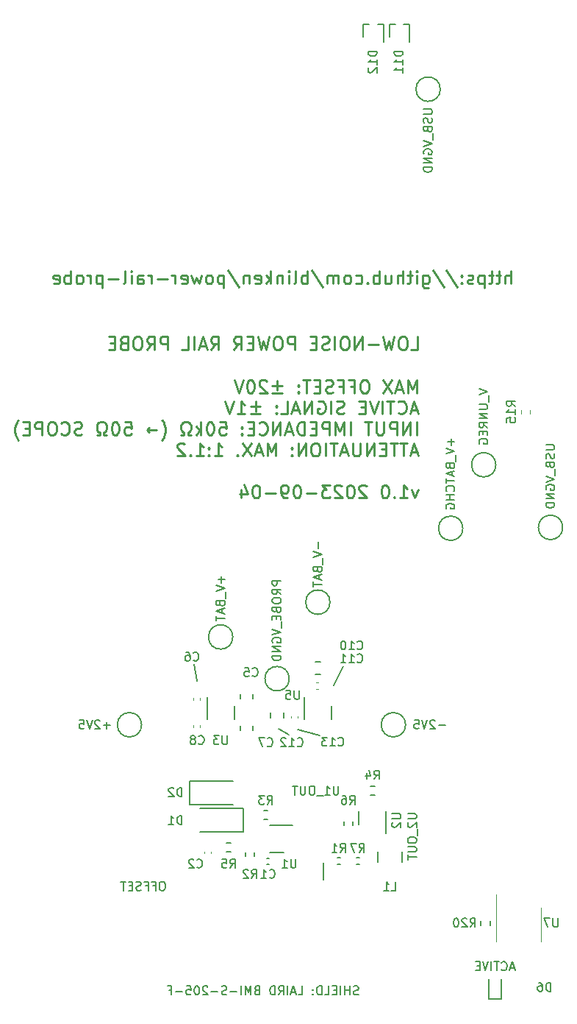
<source format=gbo>
G04 #@! TF.GenerationSoftware,KiCad,Pcbnew,6.0.11+dfsg-1*
G04 #@! TF.CreationDate,2023-09-05T11:20:00+01:00*
G04 #@! TF.ProjectId,low-noise-power-probe-panel,6c6f772d-6e6f-4697-9365-2d706f776572,rev?*
G04 #@! TF.SameCoordinates,Original*
G04 #@! TF.FileFunction,Legend,Bot*
G04 #@! TF.FilePolarity,Positive*
%FSLAX46Y46*%
G04 Gerber Fmt 4.6, Leading zero omitted, Abs format (unit mm)*
G04 Created by KiCad (PCBNEW 6.0.11+dfsg-1) date 2023-09-05 11:20:00*
%MOMM*%
%LPD*%
G01*
G04 APERTURE LIST*
%ADD10C,0.150000*%
%ADD11C,0.250000*%
%ADD12C,0.120000*%
G04 APERTURE END LIST*
D10*
X213900000Y-125900000D02*
X213900000Y-124000000D01*
X213500000Y-109350000D02*
X211000000Y-108650000D01*
X199000000Y-101100000D02*
X199400000Y-103100000D01*
X210000000Y-109250000D02*
X208800000Y-108550000D01*
X216200000Y-101400000D02*
X215100000Y-103600000D01*
X217976190Y-139104761D02*
X217833333Y-139152380D01*
X217595238Y-139152380D01*
X217500000Y-139104761D01*
X217452380Y-139057142D01*
X217404761Y-138961904D01*
X217404761Y-138866666D01*
X217452380Y-138771428D01*
X217500000Y-138723809D01*
X217595238Y-138676190D01*
X217785714Y-138628571D01*
X217880952Y-138580952D01*
X217928571Y-138533333D01*
X217976190Y-138438095D01*
X217976190Y-138342857D01*
X217928571Y-138247619D01*
X217880952Y-138200000D01*
X217785714Y-138152380D01*
X217547619Y-138152380D01*
X217404761Y-138200000D01*
X216976190Y-139152380D02*
X216976190Y-138152380D01*
X216976190Y-138628571D02*
X216404761Y-138628571D01*
X216404761Y-139152380D02*
X216404761Y-138152380D01*
X215928571Y-139152380D02*
X215928571Y-138152380D01*
X215452380Y-138628571D02*
X215119047Y-138628571D01*
X214976190Y-139152380D02*
X215452380Y-139152380D01*
X215452380Y-138152380D01*
X214976190Y-138152380D01*
X214071428Y-139152380D02*
X214547619Y-139152380D01*
X214547619Y-138152380D01*
X213738095Y-139152380D02*
X213738095Y-138152380D01*
X213500000Y-138152380D01*
X213357142Y-138200000D01*
X213261904Y-138295238D01*
X213214285Y-138390476D01*
X213166666Y-138580952D01*
X213166666Y-138723809D01*
X213214285Y-138914285D01*
X213261904Y-139009523D01*
X213357142Y-139104761D01*
X213500000Y-139152380D01*
X213738095Y-139152380D01*
X212738095Y-139057142D02*
X212690476Y-139104761D01*
X212738095Y-139152380D01*
X212785714Y-139104761D01*
X212738095Y-139057142D01*
X212738095Y-139152380D01*
X212738095Y-138533333D02*
X212690476Y-138580952D01*
X212738095Y-138628571D01*
X212785714Y-138580952D01*
X212738095Y-138533333D01*
X212738095Y-138628571D01*
X211023809Y-139152380D02*
X211500000Y-139152380D01*
X211500000Y-138152380D01*
X210738095Y-138866666D02*
X210261904Y-138866666D01*
X210833333Y-139152380D02*
X210500000Y-138152380D01*
X210166666Y-139152380D01*
X209833333Y-139152380D02*
X209833333Y-138152380D01*
X208785714Y-139152380D02*
X209119047Y-138676190D01*
X209357142Y-139152380D02*
X209357142Y-138152380D01*
X208976190Y-138152380D01*
X208880952Y-138200000D01*
X208833333Y-138247619D01*
X208785714Y-138342857D01*
X208785714Y-138485714D01*
X208833333Y-138580952D01*
X208880952Y-138628571D01*
X208976190Y-138676190D01*
X209357142Y-138676190D01*
X208357142Y-139152380D02*
X208357142Y-138152380D01*
X208119047Y-138152380D01*
X207976190Y-138200000D01*
X207880952Y-138295238D01*
X207833333Y-138390476D01*
X207785714Y-138580952D01*
X207785714Y-138723809D01*
X207833333Y-138914285D01*
X207880952Y-139009523D01*
X207976190Y-139104761D01*
X208119047Y-139152380D01*
X208357142Y-139152380D01*
X206261904Y-138628571D02*
X206119047Y-138676190D01*
X206071428Y-138723809D01*
X206023809Y-138819047D01*
X206023809Y-138961904D01*
X206071428Y-139057142D01*
X206119047Y-139104761D01*
X206214285Y-139152380D01*
X206595238Y-139152380D01*
X206595238Y-138152380D01*
X206261904Y-138152380D01*
X206166666Y-138200000D01*
X206119047Y-138247619D01*
X206071428Y-138342857D01*
X206071428Y-138438095D01*
X206119047Y-138533333D01*
X206166666Y-138580952D01*
X206261904Y-138628571D01*
X206595238Y-138628571D01*
X205595238Y-139152380D02*
X205595238Y-138152380D01*
X205261904Y-138866666D01*
X204928571Y-138152380D01*
X204928571Y-139152380D01*
X204452380Y-139152380D02*
X204452380Y-138152380D01*
X203976190Y-138771428D02*
X203214285Y-138771428D01*
X202785714Y-139104761D02*
X202642857Y-139152380D01*
X202404761Y-139152380D01*
X202309523Y-139104761D01*
X202261904Y-139057142D01*
X202214285Y-138961904D01*
X202214285Y-138866666D01*
X202261904Y-138771428D01*
X202309523Y-138723809D01*
X202404761Y-138676190D01*
X202595238Y-138628571D01*
X202690476Y-138580952D01*
X202738095Y-138533333D01*
X202785714Y-138438095D01*
X202785714Y-138342857D01*
X202738095Y-138247619D01*
X202690476Y-138200000D01*
X202595238Y-138152380D01*
X202357142Y-138152380D01*
X202214285Y-138200000D01*
X201785714Y-138771428D02*
X201023809Y-138771428D01*
X200595238Y-138247619D02*
X200547619Y-138200000D01*
X200452380Y-138152380D01*
X200214285Y-138152380D01*
X200119047Y-138200000D01*
X200071428Y-138247619D01*
X200023809Y-138342857D01*
X200023809Y-138438095D01*
X200071428Y-138580952D01*
X200642857Y-139152380D01*
X200023809Y-139152380D01*
X199404761Y-138152380D02*
X199309523Y-138152380D01*
X199214285Y-138200000D01*
X199166666Y-138247619D01*
X199119047Y-138342857D01*
X199071428Y-138533333D01*
X199071428Y-138771428D01*
X199119047Y-138961904D01*
X199166666Y-139057142D01*
X199214285Y-139104761D01*
X199309523Y-139152380D01*
X199404761Y-139152380D01*
X199500000Y-139104761D01*
X199547619Y-139057142D01*
X199595238Y-138961904D01*
X199642857Y-138771428D01*
X199642857Y-138533333D01*
X199595238Y-138342857D01*
X199547619Y-138247619D01*
X199500000Y-138200000D01*
X199404761Y-138152380D01*
X198166666Y-138152380D02*
X198642857Y-138152380D01*
X198690476Y-138628571D01*
X198642857Y-138580952D01*
X198547619Y-138533333D01*
X198309523Y-138533333D01*
X198214285Y-138580952D01*
X198166666Y-138628571D01*
X198119047Y-138723809D01*
X198119047Y-138961904D01*
X198166666Y-139057142D01*
X198214285Y-139104761D01*
X198309523Y-139152380D01*
X198547619Y-139152380D01*
X198642857Y-139104761D01*
X198690476Y-139057142D01*
X197690476Y-138771428D02*
X196928571Y-138771428D01*
X196119047Y-138628571D02*
X196452380Y-138628571D01*
X196452380Y-139152380D02*
X196452380Y-138152380D01*
X195976190Y-138152380D01*
D11*
X235521428Y-57378571D02*
X235521428Y-55878571D01*
X234878571Y-57378571D02*
X234878571Y-56592857D01*
X234950000Y-56450000D01*
X235092857Y-56378571D01*
X235307142Y-56378571D01*
X235450000Y-56450000D01*
X235521428Y-56521428D01*
X234378571Y-56378571D02*
X233807142Y-56378571D01*
X234164285Y-55878571D02*
X234164285Y-57164285D01*
X234092857Y-57307142D01*
X233950000Y-57378571D01*
X233807142Y-57378571D01*
X233521428Y-56378571D02*
X232950000Y-56378571D01*
X233307142Y-55878571D02*
X233307142Y-57164285D01*
X233235714Y-57307142D01*
X233092857Y-57378571D01*
X232950000Y-57378571D01*
X232450000Y-56378571D02*
X232450000Y-57878571D01*
X232450000Y-56450000D02*
X232307142Y-56378571D01*
X232021428Y-56378571D01*
X231878571Y-56450000D01*
X231807142Y-56521428D01*
X231735714Y-56664285D01*
X231735714Y-57092857D01*
X231807142Y-57235714D01*
X231878571Y-57307142D01*
X232021428Y-57378571D01*
X232307142Y-57378571D01*
X232450000Y-57307142D01*
X231164285Y-57307142D02*
X231021428Y-57378571D01*
X230735714Y-57378571D01*
X230592857Y-57307142D01*
X230521428Y-57164285D01*
X230521428Y-57092857D01*
X230592857Y-56950000D01*
X230735714Y-56878571D01*
X230950000Y-56878571D01*
X231092857Y-56807142D01*
X231164285Y-56664285D01*
X231164285Y-56592857D01*
X231092857Y-56450000D01*
X230950000Y-56378571D01*
X230735714Y-56378571D01*
X230592857Y-56450000D01*
X229878571Y-57235714D02*
X229807142Y-57307142D01*
X229878571Y-57378571D01*
X229950000Y-57307142D01*
X229878571Y-57235714D01*
X229878571Y-57378571D01*
X229878571Y-56450000D02*
X229807142Y-56521428D01*
X229878571Y-56592857D01*
X229950000Y-56521428D01*
X229878571Y-56450000D01*
X229878571Y-56592857D01*
X228092857Y-55807142D02*
X229378571Y-57735714D01*
X226521428Y-55807142D02*
X227807142Y-57735714D01*
X225378571Y-56378571D02*
X225378571Y-57592857D01*
X225449999Y-57735714D01*
X225521428Y-57807142D01*
X225664285Y-57878571D01*
X225878571Y-57878571D01*
X226021428Y-57807142D01*
X225378571Y-57307142D02*
X225521428Y-57378571D01*
X225807142Y-57378571D01*
X225949999Y-57307142D01*
X226021428Y-57235714D01*
X226092857Y-57092857D01*
X226092857Y-56664285D01*
X226021428Y-56521428D01*
X225949999Y-56450000D01*
X225807142Y-56378571D01*
X225521428Y-56378571D01*
X225378571Y-56450000D01*
X224664285Y-57378571D02*
X224664285Y-56378571D01*
X224664285Y-55878571D02*
X224735714Y-55950000D01*
X224664285Y-56021428D01*
X224592857Y-55950000D01*
X224664285Y-55878571D01*
X224664285Y-56021428D01*
X224164285Y-56378571D02*
X223592857Y-56378571D01*
X223949999Y-55878571D02*
X223949999Y-57164285D01*
X223878571Y-57307142D01*
X223735714Y-57378571D01*
X223592857Y-57378571D01*
X223092857Y-57378571D02*
X223092857Y-55878571D01*
X222449999Y-57378571D02*
X222449999Y-56592857D01*
X222521428Y-56450000D01*
X222664285Y-56378571D01*
X222878571Y-56378571D01*
X223021428Y-56450000D01*
X223092857Y-56521428D01*
X221092857Y-56378571D02*
X221092857Y-57378571D01*
X221735714Y-56378571D02*
X221735714Y-57164285D01*
X221664285Y-57307142D01*
X221521428Y-57378571D01*
X221307142Y-57378571D01*
X221164285Y-57307142D01*
X221092857Y-57235714D01*
X220378571Y-57378571D02*
X220378571Y-55878571D01*
X220378571Y-56450000D02*
X220235714Y-56378571D01*
X219949999Y-56378571D01*
X219807142Y-56450000D01*
X219735714Y-56521428D01*
X219664285Y-56664285D01*
X219664285Y-57092857D01*
X219735714Y-57235714D01*
X219807142Y-57307142D01*
X219949999Y-57378571D01*
X220235714Y-57378571D01*
X220378571Y-57307142D01*
X219021428Y-57235714D02*
X218949999Y-57307142D01*
X219021428Y-57378571D01*
X219092857Y-57307142D01*
X219021428Y-57235714D01*
X219021428Y-57378571D01*
X217664285Y-57307142D02*
X217807142Y-57378571D01*
X218092857Y-57378571D01*
X218235714Y-57307142D01*
X218307142Y-57235714D01*
X218378571Y-57092857D01*
X218378571Y-56664285D01*
X218307142Y-56521428D01*
X218235714Y-56450000D01*
X218092857Y-56378571D01*
X217807142Y-56378571D01*
X217664285Y-56450000D01*
X216807142Y-57378571D02*
X216949999Y-57307142D01*
X217021428Y-57235714D01*
X217092857Y-57092857D01*
X217092857Y-56664285D01*
X217021428Y-56521428D01*
X216949999Y-56450000D01*
X216807142Y-56378571D01*
X216592857Y-56378571D01*
X216449999Y-56450000D01*
X216378571Y-56521428D01*
X216307142Y-56664285D01*
X216307142Y-57092857D01*
X216378571Y-57235714D01*
X216449999Y-57307142D01*
X216592857Y-57378571D01*
X216807142Y-57378571D01*
X215664285Y-57378571D02*
X215664285Y-56378571D01*
X215664285Y-56521428D02*
X215592857Y-56450000D01*
X215449999Y-56378571D01*
X215235714Y-56378571D01*
X215092857Y-56450000D01*
X215021428Y-56592857D01*
X215021428Y-57378571D01*
X215021428Y-56592857D02*
X214949999Y-56450000D01*
X214807142Y-56378571D01*
X214592857Y-56378571D01*
X214449999Y-56450000D01*
X214378571Y-56592857D01*
X214378571Y-57378571D01*
X212592857Y-55807142D02*
X213878571Y-57735714D01*
X212092857Y-57378571D02*
X212092857Y-55878571D01*
X212092857Y-56450000D02*
X211949999Y-56378571D01*
X211664285Y-56378571D01*
X211521428Y-56450000D01*
X211449999Y-56521428D01*
X211378571Y-56664285D01*
X211378571Y-57092857D01*
X211449999Y-57235714D01*
X211521428Y-57307142D01*
X211664285Y-57378571D01*
X211949999Y-57378571D01*
X212092857Y-57307142D01*
X210521428Y-57378571D02*
X210664285Y-57307142D01*
X210735714Y-57164285D01*
X210735714Y-55878571D01*
X209949999Y-57378571D02*
X209949999Y-56378571D01*
X209949999Y-55878571D02*
X210021428Y-55950000D01*
X209949999Y-56021428D01*
X209878571Y-55950000D01*
X209949999Y-55878571D01*
X209949999Y-56021428D01*
X209235714Y-56378571D02*
X209235714Y-57378571D01*
X209235714Y-56521428D02*
X209164285Y-56450000D01*
X209021428Y-56378571D01*
X208807142Y-56378571D01*
X208664285Y-56450000D01*
X208592857Y-56592857D01*
X208592857Y-57378571D01*
X207878571Y-57378571D02*
X207878571Y-55878571D01*
X207735714Y-56807142D02*
X207307142Y-57378571D01*
X207307142Y-56378571D02*
X207878571Y-56950000D01*
X206092857Y-57307142D02*
X206235714Y-57378571D01*
X206521428Y-57378571D01*
X206664285Y-57307142D01*
X206735714Y-57164285D01*
X206735714Y-56592857D01*
X206664285Y-56450000D01*
X206521428Y-56378571D01*
X206235714Y-56378571D01*
X206092857Y-56450000D01*
X206021428Y-56592857D01*
X206021428Y-56735714D01*
X206735714Y-56878571D01*
X205378571Y-56378571D02*
X205378571Y-57378571D01*
X205378571Y-56521428D02*
X205307142Y-56450000D01*
X205164285Y-56378571D01*
X204949999Y-56378571D01*
X204807142Y-56450000D01*
X204735714Y-56592857D01*
X204735714Y-57378571D01*
X202949999Y-55807142D02*
X204235714Y-57735714D01*
X202449999Y-56378571D02*
X202449999Y-57878571D01*
X202449999Y-56450000D02*
X202307142Y-56378571D01*
X202021428Y-56378571D01*
X201878571Y-56450000D01*
X201807142Y-56521428D01*
X201735714Y-56664285D01*
X201735714Y-57092857D01*
X201807142Y-57235714D01*
X201878571Y-57307142D01*
X202021428Y-57378571D01*
X202307142Y-57378571D01*
X202449999Y-57307142D01*
X200878571Y-57378571D02*
X201021428Y-57307142D01*
X201092857Y-57235714D01*
X201164285Y-57092857D01*
X201164285Y-56664285D01*
X201092857Y-56521428D01*
X201021428Y-56450000D01*
X200878571Y-56378571D01*
X200664285Y-56378571D01*
X200521428Y-56450000D01*
X200449999Y-56521428D01*
X200378571Y-56664285D01*
X200378571Y-57092857D01*
X200449999Y-57235714D01*
X200521428Y-57307142D01*
X200664285Y-57378571D01*
X200878571Y-57378571D01*
X199878571Y-56378571D02*
X199592857Y-57378571D01*
X199307142Y-56664285D01*
X199021428Y-57378571D01*
X198735714Y-56378571D01*
X197592857Y-57307142D02*
X197735714Y-57378571D01*
X198021428Y-57378571D01*
X198164285Y-57307142D01*
X198235714Y-57164285D01*
X198235714Y-56592857D01*
X198164285Y-56450000D01*
X198021428Y-56378571D01*
X197735714Y-56378571D01*
X197592857Y-56450000D01*
X197521428Y-56592857D01*
X197521428Y-56735714D01*
X198235714Y-56878571D01*
X196878571Y-57378571D02*
X196878571Y-56378571D01*
X196878571Y-56664285D02*
X196807142Y-56521428D01*
X196735714Y-56450000D01*
X196592857Y-56378571D01*
X196449999Y-56378571D01*
X195949999Y-56807142D02*
X194807142Y-56807142D01*
X194092857Y-57378571D02*
X194092857Y-56378571D01*
X194092857Y-56664285D02*
X194021428Y-56521428D01*
X193949999Y-56450000D01*
X193807142Y-56378571D01*
X193664285Y-56378571D01*
X192521428Y-57378571D02*
X192521428Y-56592857D01*
X192592857Y-56450000D01*
X192735714Y-56378571D01*
X193021428Y-56378571D01*
X193164285Y-56450000D01*
X192521428Y-57307142D02*
X192664285Y-57378571D01*
X193021428Y-57378571D01*
X193164285Y-57307142D01*
X193235714Y-57164285D01*
X193235714Y-57021428D01*
X193164285Y-56878571D01*
X193021428Y-56807142D01*
X192664285Y-56807142D01*
X192521428Y-56735714D01*
X191807142Y-57378571D02*
X191807142Y-56378571D01*
X191807142Y-55878571D02*
X191878571Y-55950000D01*
X191807142Y-56021428D01*
X191735714Y-55950000D01*
X191807142Y-55878571D01*
X191807142Y-56021428D01*
X190878571Y-57378571D02*
X191021428Y-57307142D01*
X191092857Y-57164285D01*
X191092857Y-55878571D01*
X190307142Y-56807142D02*
X189164285Y-56807142D01*
X188449999Y-56378571D02*
X188449999Y-57878571D01*
X188449999Y-56450000D02*
X188307142Y-56378571D01*
X188021428Y-56378571D01*
X187878571Y-56450000D01*
X187807142Y-56521428D01*
X187735714Y-56664285D01*
X187735714Y-57092857D01*
X187807142Y-57235714D01*
X187878571Y-57307142D01*
X188021428Y-57378571D01*
X188307142Y-57378571D01*
X188449999Y-57307142D01*
X187092857Y-57378571D02*
X187092857Y-56378571D01*
X187092857Y-56664285D02*
X187021428Y-56521428D01*
X186949999Y-56450000D01*
X186807142Y-56378571D01*
X186664285Y-56378571D01*
X185949999Y-57378571D02*
X186092857Y-57307142D01*
X186164285Y-57235714D01*
X186235714Y-57092857D01*
X186235714Y-56664285D01*
X186164285Y-56521428D01*
X186092857Y-56450000D01*
X185949999Y-56378571D01*
X185735714Y-56378571D01*
X185592857Y-56450000D01*
X185521428Y-56521428D01*
X185449999Y-56664285D01*
X185449999Y-57092857D01*
X185521428Y-57235714D01*
X185592857Y-57307142D01*
X185735714Y-57378571D01*
X185949999Y-57378571D01*
X184807142Y-57378571D02*
X184807142Y-55878571D01*
X184807142Y-56450000D02*
X184664285Y-56378571D01*
X184378571Y-56378571D01*
X184235714Y-56450000D01*
X184164285Y-56521428D01*
X184092857Y-56664285D01*
X184092857Y-57092857D01*
X184164285Y-57235714D01*
X184235714Y-57307142D01*
X184378571Y-57378571D01*
X184664285Y-57378571D01*
X184807142Y-57307142D01*
X182878571Y-57307142D02*
X183021428Y-57378571D01*
X183307142Y-57378571D01*
X183449999Y-57307142D01*
X183521428Y-57164285D01*
X183521428Y-56592857D01*
X183449999Y-56450000D01*
X183307142Y-56378571D01*
X183021428Y-56378571D01*
X182878571Y-56450000D01*
X182807142Y-56592857D01*
X182807142Y-56735714D01*
X183521428Y-56878571D01*
X224035714Y-64978571D02*
X224750000Y-64978571D01*
X224750000Y-63478571D01*
X223250000Y-63478571D02*
X222964285Y-63478571D01*
X222821428Y-63550000D01*
X222678571Y-63692857D01*
X222607142Y-63978571D01*
X222607142Y-64478571D01*
X222678571Y-64764285D01*
X222821428Y-64907142D01*
X222964285Y-64978571D01*
X223250000Y-64978571D01*
X223392857Y-64907142D01*
X223535714Y-64764285D01*
X223607142Y-64478571D01*
X223607142Y-63978571D01*
X223535714Y-63692857D01*
X223392857Y-63550000D01*
X223250000Y-63478571D01*
X222107142Y-63478571D02*
X221750000Y-64978571D01*
X221464285Y-63907142D01*
X221178571Y-64978571D01*
X220821428Y-63478571D01*
X220250000Y-64407142D02*
X219107142Y-64407142D01*
X218392857Y-64978571D02*
X218392857Y-63478571D01*
X217535714Y-64978571D01*
X217535714Y-63478571D01*
X216535714Y-63478571D02*
X216250000Y-63478571D01*
X216107142Y-63550000D01*
X215964285Y-63692857D01*
X215892857Y-63978571D01*
X215892857Y-64478571D01*
X215964285Y-64764285D01*
X216107142Y-64907142D01*
X216250000Y-64978571D01*
X216535714Y-64978571D01*
X216678571Y-64907142D01*
X216821428Y-64764285D01*
X216892857Y-64478571D01*
X216892857Y-63978571D01*
X216821428Y-63692857D01*
X216678571Y-63550000D01*
X216535714Y-63478571D01*
X215250000Y-64978571D02*
X215250000Y-63478571D01*
X214607142Y-64907142D02*
X214392857Y-64978571D01*
X214035714Y-64978571D01*
X213892857Y-64907142D01*
X213821428Y-64835714D01*
X213750000Y-64692857D01*
X213750000Y-64550000D01*
X213821428Y-64407142D01*
X213892857Y-64335714D01*
X214035714Y-64264285D01*
X214321428Y-64192857D01*
X214464285Y-64121428D01*
X214535714Y-64050000D01*
X214607142Y-63907142D01*
X214607142Y-63764285D01*
X214535714Y-63621428D01*
X214464285Y-63550000D01*
X214321428Y-63478571D01*
X213964285Y-63478571D01*
X213750000Y-63550000D01*
X213107142Y-64192857D02*
X212607142Y-64192857D01*
X212392857Y-64978571D02*
X213107142Y-64978571D01*
X213107142Y-63478571D01*
X212392857Y-63478571D01*
X210607142Y-64978571D02*
X210607142Y-63478571D01*
X210035714Y-63478571D01*
X209892857Y-63550000D01*
X209821428Y-63621428D01*
X209750000Y-63764285D01*
X209750000Y-63978571D01*
X209821428Y-64121428D01*
X209892857Y-64192857D01*
X210035714Y-64264285D01*
X210607142Y-64264285D01*
X208821428Y-63478571D02*
X208535714Y-63478571D01*
X208392857Y-63550000D01*
X208250000Y-63692857D01*
X208178571Y-63978571D01*
X208178571Y-64478571D01*
X208250000Y-64764285D01*
X208392857Y-64907142D01*
X208535714Y-64978571D01*
X208821428Y-64978571D01*
X208964285Y-64907142D01*
X209107142Y-64764285D01*
X209178571Y-64478571D01*
X209178571Y-63978571D01*
X209107142Y-63692857D01*
X208964285Y-63550000D01*
X208821428Y-63478571D01*
X207678571Y-63478571D02*
X207321428Y-64978571D01*
X207035714Y-63907142D01*
X206750000Y-64978571D01*
X206392857Y-63478571D01*
X205821428Y-64192857D02*
X205321428Y-64192857D01*
X205107142Y-64978571D02*
X205821428Y-64978571D01*
X205821428Y-63478571D01*
X205107142Y-63478571D01*
X203607142Y-64978571D02*
X204107142Y-64264285D01*
X204464285Y-64978571D02*
X204464285Y-63478571D01*
X203892857Y-63478571D01*
X203750000Y-63550000D01*
X203678571Y-63621428D01*
X203607142Y-63764285D01*
X203607142Y-63978571D01*
X203678571Y-64121428D01*
X203750000Y-64192857D01*
X203892857Y-64264285D01*
X204464285Y-64264285D01*
X200964285Y-64978571D02*
X201464285Y-64264285D01*
X201821428Y-64978571D02*
X201821428Y-63478571D01*
X201250000Y-63478571D01*
X201107142Y-63550000D01*
X201035714Y-63621428D01*
X200964285Y-63764285D01*
X200964285Y-63978571D01*
X201035714Y-64121428D01*
X201107142Y-64192857D01*
X201250000Y-64264285D01*
X201821428Y-64264285D01*
X200392857Y-64550000D02*
X199678571Y-64550000D01*
X200535714Y-64978571D02*
X200035714Y-63478571D01*
X199535714Y-64978571D01*
X199035714Y-64978571D02*
X199035714Y-63478571D01*
X197607142Y-64978571D02*
X198321428Y-64978571D01*
X198321428Y-63478571D01*
X195964285Y-64978571D02*
X195964285Y-63478571D01*
X195392857Y-63478571D01*
X195250000Y-63550000D01*
X195178571Y-63621428D01*
X195107142Y-63764285D01*
X195107142Y-63978571D01*
X195178571Y-64121428D01*
X195250000Y-64192857D01*
X195392857Y-64264285D01*
X195964285Y-64264285D01*
X193607142Y-64978571D02*
X194107142Y-64264285D01*
X194464285Y-64978571D02*
X194464285Y-63478571D01*
X193892857Y-63478571D01*
X193750000Y-63550000D01*
X193678571Y-63621428D01*
X193607142Y-63764285D01*
X193607142Y-63978571D01*
X193678571Y-64121428D01*
X193750000Y-64192857D01*
X193892857Y-64264285D01*
X194464285Y-64264285D01*
X192678571Y-63478571D02*
X192392857Y-63478571D01*
X192250000Y-63550000D01*
X192107142Y-63692857D01*
X192035714Y-63978571D01*
X192035714Y-64478571D01*
X192107142Y-64764285D01*
X192250000Y-64907142D01*
X192392857Y-64978571D01*
X192678571Y-64978571D01*
X192821428Y-64907142D01*
X192964285Y-64764285D01*
X193035714Y-64478571D01*
X193035714Y-63978571D01*
X192964285Y-63692857D01*
X192821428Y-63550000D01*
X192678571Y-63478571D01*
X190892857Y-64192857D02*
X190678571Y-64264285D01*
X190607142Y-64335714D01*
X190535714Y-64478571D01*
X190535714Y-64692857D01*
X190607142Y-64835714D01*
X190678571Y-64907142D01*
X190821428Y-64978571D01*
X191392857Y-64978571D01*
X191392857Y-63478571D01*
X190892857Y-63478571D01*
X190750000Y-63550000D01*
X190678571Y-63621428D01*
X190607142Y-63764285D01*
X190607142Y-63907142D01*
X190678571Y-64050000D01*
X190750000Y-64121428D01*
X190892857Y-64192857D01*
X191392857Y-64192857D01*
X189892857Y-64192857D02*
X189392857Y-64192857D01*
X189178571Y-64978571D02*
X189892857Y-64978571D01*
X189892857Y-63478571D01*
X189178571Y-63478571D01*
X224680357Y-69941071D02*
X224680357Y-68441071D01*
X224180357Y-69512500D01*
X223680357Y-68441071D01*
X223680357Y-69941071D01*
X223037500Y-69512500D02*
X222323214Y-69512500D01*
X223180357Y-69941071D02*
X222680357Y-68441071D01*
X222180357Y-69941071D01*
X221823214Y-68441071D02*
X220823214Y-69941071D01*
X220823214Y-68441071D02*
X221823214Y-69941071D01*
X218823214Y-68441071D02*
X218537500Y-68441071D01*
X218394642Y-68512500D01*
X218251785Y-68655357D01*
X218180357Y-68941071D01*
X218180357Y-69441071D01*
X218251785Y-69726785D01*
X218394642Y-69869642D01*
X218537500Y-69941071D01*
X218823214Y-69941071D01*
X218966071Y-69869642D01*
X219108928Y-69726785D01*
X219180357Y-69441071D01*
X219180357Y-68941071D01*
X219108928Y-68655357D01*
X218966071Y-68512500D01*
X218823214Y-68441071D01*
X217037500Y-69155357D02*
X217537500Y-69155357D01*
X217537500Y-69941071D02*
X217537500Y-68441071D01*
X216823214Y-68441071D01*
X215751785Y-69155357D02*
X216251785Y-69155357D01*
X216251785Y-69941071D02*
X216251785Y-68441071D01*
X215537500Y-68441071D01*
X215037500Y-69869642D02*
X214823214Y-69941071D01*
X214466071Y-69941071D01*
X214323214Y-69869642D01*
X214251785Y-69798214D01*
X214180357Y-69655357D01*
X214180357Y-69512500D01*
X214251785Y-69369642D01*
X214323214Y-69298214D01*
X214466071Y-69226785D01*
X214751785Y-69155357D01*
X214894642Y-69083928D01*
X214966071Y-69012500D01*
X215037500Y-68869642D01*
X215037500Y-68726785D01*
X214966071Y-68583928D01*
X214894642Y-68512500D01*
X214751785Y-68441071D01*
X214394642Y-68441071D01*
X214180357Y-68512500D01*
X213537500Y-69155357D02*
X213037500Y-69155357D01*
X212823214Y-69941071D02*
X213537500Y-69941071D01*
X213537500Y-68441071D01*
X212823214Y-68441071D01*
X212394642Y-68441071D02*
X211537500Y-68441071D01*
X211966071Y-69941071D02*
X211966071Y-68441071D01*
X211037500Y-69798214D02*
X210966071Y-69869642D01*
X211037500Y-69941071D01*
X211108928Y-69869642D01*
X211037500Y-69798214D01*
X211037500Y-69941071D01*
X211037500Y-69012500D02*
X210966071Y-69083928D01*
X211037500Y-69155357D01*
X211108928Y-69083928D01*
X211037500Y-69012500D01*
X211037500Y-69155357D01*
X209180357Y-69083928D02*
X208037500Y-69083928D01*
X208608928Y-69655357D02*
X208608928Y-68512500D01*
X208037500Y-69941071D02*
X209180357Y-69941071D01*
X207394642Y-68583928D02*
X207323214Y-68512500D01*
X207180357Y-68441071D01*
X206823214Y-68441071D01*
X206680357Y-68512500D01*
X206608928Y-68583928D01*
X206537500Y-68726785D01*
X206537500Y-68869642D01*
X206608928Y-69083928D01*
X207466071Y-69941071D01*
X206537500Y-69941071D01*
X205608928Y-68441071D02*
X205466071Y-68441071D01*
X205323214Y-68512500D01*
X205251785Y-68583928D01*
X205180357Y-68726785D01*
X205108928Y-69012500D01*
X205108928Y-69369642D01*
X205180357Y-69655357D01*
X205251785Y-69798214D01*
X205323214Y-69869642D01*
X205466071Y-69941071D01*
X205608928Y-69941071D01*
X205751785Y-69869642D01*
X205823214Y-69798214D01*
X205894642Y-69655357D01*
X205966071Y-69369642D01*
X205966071Y-69012500D01*
X205894642Y-68726785D01*
X205823214Y-68583928D01*
X205751785Y-68512500D01*
X205608928Y-68441071D01*
X204680357Y-68441071D02*
X204180357Y-69941071D01*
X203680357Y-68441071D01*
X224751785Y-71927500D02*
X224037500Y-71927500D01*
X224894642Y-72356071D02*
X224394642Y-70856071D01*
X223894642Y-72356071D01*
X222537500Y-72213214D02*
X222608928Y-72284642D01*
X222823214Y-72356071D01*
X222966071Y-72356071D01*
X223180357Y-72284642D01*
X223323214Y-72141785D01*
X223394642Y-71998928D01*
X223466071Y-71713214D01*
X223466071Y-71498928D01*
X223394642Y-71213214D01*
X223323214Y-71070357D01*
X223180357Y-70927500D01*
X222966071Y-70856071D01*
X222823214Y-70856071D01*
X222608928Y-70927500D01*
X222537500Y-70998928D01*
X222108928Y-70856071D02*
X221251785Y-70856071D01*
X221680357Y-72356071D02*
X221680357Y-70856071D01*
X220751785Y-72356071D02*
X220751785Y-70856071D01*
X220251785Y-70856071D02*
X219751785Y-72356071D01*
X219251785Y-70856071D01*
X218751785Y-71570357D02*
X218251785Y-71570357D01*
X218037500Y-72356071D02*
X218751785Y-72356071D01*
X218751785Y-70856071D01*
X218037500Y-70856071D01*
X216323214Y-72284642D02*
X216108928Y-72356071D01*
X215751785Y-72356071D01*
X215608928Y-72284642D01*
X215537500Y-72213214D01*
X215466071Y-72070357D01*
X215466071Y-71927500D01*
X215537500Y-71784642D01*
X215608928Y-71713214D01*
X215751785Y-71641785D01*
X216037500Y-71570357D01*
X216180357Y-71498928D01*
X216251785Y-71427500D01*
X216323214Y-71284642D01*
X216323214Y-71141785D01*
X216251785Y-70998928D01*
X216180357Y-70927500D01*
X216037500Y-70856071D01*
X215680357Y-70856071D01*
X215466071Y-70927500D01*
X214823214Y-72356071D02*
X214823214Y-70856071D01*
X213323214Y-70927500D02*
X213466071Y-70856071D01*
X213680357Y-70856071D01*
X213894642Y-70927500D01*
X214037500Y-71070357D01*
X214108928Y-71213214D01*
X214180357Y-71498928D01*
X214180357Y-71713214D01*
X214108928Y-71998928D01*
X214037500Y-72141785D01*
X213894642Y-72284642D01*
X213680357Y-72356071D01*
X213537500Y-72356071D01*
X213323214Y-72284642D01*
X213251785Y-72213214D01*
X213251785Y-71713214D01*
X213537500Y-71713214D01*
X212608928Y-72356071D02*
X212608928Y-70856071D01*
X211751785Y-72356071D01*
X211751785Y-70856071D01*
X211108928Y-71927500D02*
X210394642Y-71927500D01*
X211251785Y-72356071D02*
X210751785Y-70856071D01*
X210251785Y-72356071D01*
X209037500Y-72356071D02*
X209751785Y-72356071D01*
X209751785Y-70856071D01*
X208537500Y-72213214D02*
X208466071Y-72284642D01*
X208537500Y-72356071D01*
X208608928Y-72284642D01*
X208537500Y-72213214D01*
X208537500Y-72356071D01*
X208537500Y-71427500D02*
X208466071Y-71498928D01*
X208537500Y-71570357D01*
X208608928Y-71498928D01*
X208537500Y-71427500D01*
X208537500Y-71570357D01*
X206680357Y-71498928D02*
X205537500Y-71498928D01*
X206108928Y-72070357D02*
X206108928Y-70927500D01*
X205537500Y-72356071D02*
X206680357Y-72356071D01*
X204037500Y-72356071D02*
X204894642Y-72356071D01*
X204466071Y-72356071D02*
X204466071Y-70856071D01*
X204608928Y-71070357D01*
X204751785Y-71213214D01*
X204894642Y-71284642D01*
X203608928Y-70856071D02*
X203108928Y-72356071D01*
X202608928Y-70856071D01*
X224680357Y-74771071D02*
X224680357Y-73271071D01*
X223966071Y-74771071D02*
X223966071Y-73271071D01*
X223108928Y-74771071D01*
X223108928Y-73271071D01*
X222394642Y-74771071D02*
X222394642Y-73271071D01*
X221823214Y-73271071D01*
X221680357Y-73342500D01*
X221608928Y-73413928D01*
X221537500Y-73556785D01*
X221537500Y-73771071D01*
X221608928Y-73913928D01*
X221680357Y-73985357D01*
X221823214Y-74056785D01*
X222394642Y-74056785D01*
X220894642Y-73271071D02*
X220894642Y-74485357D01*
X220823214Y-74628214D01*
X220751785Y-74699642D01*
X220608928Y-74771071D01*
X220323214Y-74771071D01*
X220180357Y-74699642D01*
X220108928Y-74628214D01*
X220037500Y-74485357D01*
X220037500Y-73271071D01*
X219537500Y-73271071D02*
X218680357Y-73271071D01*
X219108928Y-74771071D02*
X219108928Y-73271071D01*
X217037500Y-74771071D02*
X217037500Y-73271071D01*
X216323214Y-74771071D02*
X216323214Y-73271071D01*
X215823214Y-74342500D01*
X215323214Y-73271071D01*
X215323214Y-74771071D01*
X214608928Y-74771071D02*
X214608928Y-73271071D01*
X214037500Y-73271071D01*
X213894642Y-73342500D01*
X213823214Y-73413928D01*
X213751785Y-73556785D01*
X213751785Y-73771071D01*
X213823214Y-73913928D01*
X213894642Y-73985357D01*
X214037500Y-74056785D01*
X214608928Y-74056785D01*
X213108928Y-73985357D02*
X212608928Y-73985357D01*
X212394642Y-74771071D02*
X213108928Y-74771071D01*
X213108928Y-73271071D01*
X212394642Y-73271071D01*
X211751785Y-74771071D02*
X211751785Y-73271071D01*
X211394642Y-73271071D01*
X211180357Y-73342500D01*
X211037500Y-73485357D01*
X210966071Y-73628214D01*
X210894642Y-73913928D01*
X210894642Y-74128214D01*
X210966071Y-74413928D01*
X211037500Y-74556785D01*
X211180357Y-74699642D01*
X211394642Y-74771071D01*
X211751785Y-74771071D01*
X210323214Y-74342500D02*
X209608928Y-74342500D01*
X210466071Y-74771071D02*
X209966071Y-73271071D01*
X209466071Y-74771071D01*
X208966071Y-74771071D02*
X208966071Y-73271071D01*
X208108928Y-74771071D01*
X208108928Y-73271071D01*
X206537500Y-74628214D02*
X206608928Y-74699642D01*
X206823214Y-74771071D01*
X206966071Y-74771071D01*
X207180357Y-74699642D01*
X207323214Y-74556785D01*
X207394642Y-74413928D01*
X207466071Y-74128214D01*
X207466071Y-73913928D01*
X207394642Y-73628214D01*
X207323214Y-73485357D01*
X207180357Y-73342500D01*
X206966071Y-73271071D01*
X206823214Y-73271071D01*
X206608928Y-73342500D01*
X206537500Y-73413928D01*
X205894642Y-73985357D02*
X205394642Y-73985357D01*
X205180357Y-74771071D02*
X205894642Y-74771071D01*
X205894642Y-73271071D01*
X205180357Y-73271071D01*
X204537500Y-74628214D02*
X204466071Y-74699642D01*
X204537500Y-74771071D01*
X204608928Y-74699642D01*
X204537500Y-74628214D01*
X204537500Y-74771071D01*
X204537500Y-73842500D02*
X204466071Y-73913928D01*
X204537500Y-73985357D01*
X204608928Y-73913928D01*
X204537500Y-73842500D01*
X204537500Y-73985357D01*
X201966071Y-73271071D02*
X202680357Y-73271071D01*
X202751785Y-73985357D01*
X202680357Y-73913928D01*
X202537500Y-73842500D01*
X202180357Y-73842500D01*
X202037500Y-73913928D01*
X201966071Y-73985357D01*
X201894642Y-74128214D01*
X201894642Y-74485357D01*
X201966071Y-74628214D01*
X202037500Y-74699642D01*
X202180357Y-74771071D01*
X202537500Y-74771071D01*
X202680357Y-74699642D01*
X202751785Y-74628214D01*
X200966071Y-73271071D02*
X200823214Y-73271071D01*
X200680357Y-73342500D01*
X200608928Y-73413928D01*
X200537500Y-73556785D01*
X200466071Y-73842500D01*
X200466071Y-74199642D01*
X200537500Y-74485357D01*
X200608928Y-74628214D01*
X200680357Y-74699642D01*
X200823214Y-74771071D01*
X200966071Y-74771071D01*
X201108928Y-74699642D01*
X201180357Y-74628214D01*
X201251785Y-74485357D01*
X201323214Y-74199642D01*
X201323214Y-73842500D01*
X201251785Y-73556785D01*
X201180357Y-73413928D01*
X201108928Y-73342500D01*
X200966071Y-73271071D01*
X199823214Y-74771071D02*
X199823214Y-73271071D01*
X199680357Y-74199642D02*
X199251785Y-74771071D01*
X199251785Y-73771071D02*
X199823214Y-74342500D01*
X198680357Y-74771071D02*
X198323214Y-74771071D01*
X198323214Y-74485357D01*
X198466071Y-74413928D01*
X198608928Y-74271071D01*
X198680357Y-74056785D01*
X198680357Y-73699642D01*
X198608928Y-73485357D01*
X198466071Y-73342500D01*
X198251785Y-73271071D01*
X197966071Y-73271071D01*
X197751785Y-73342500D01*
X197608928Y-73485357D01*
X197537500Y-73699642D01*
X197537500Y-74056785D01*
X197608928Y-74271071D01*
X197751785Y-74413928D01*
X197894642Y-74485357D01*
X197894642Y-74771071D01*
X197537500Y-74771071D01*
X195323214Y-75342500D02*
X195394642Y-75271071D01*
X195537500Y-75056785D01*
X195608928Y-74913928D01*
X195680357Y-74699642D01*
X195751785Y-74342500D01*
X195751785Y-74056785D01*
X195680357Y-73699642D01*
X195608928Y-73485357D01*
X195537500Y-73342500D01*
X195394642Y-73128214D01*
X195323214Y-73056785D01*
X194751785Y-74199642D02*
X193608928Y-74199642D01*
X193894642Y-74485357D02*
X193608928Y-74199642D01*
X193894642Y-73913928D01*
X191037500Y-73271071D02*
X191751785Y-73271071D01*
X191823214Y-73985357D01*
X191751785Y-73913928D01*
X191608928Y-73842500D01*
X191251785Y-73842500D01*
X191108928Y-73913928D01*
X191037500Y-73985357D01*
X190966071Y-74128214D01*
X190966071Y-74485357D01*
X191037500Y-74628214D01*
X191108928Y-74699642D01*
X191251785Y-74771071D01*
X191608928Y-74771071D01*
X191751785Y-74699642D01*
X191823214Y-74628214D01*
X190037500Y-73271071D02*
X189894642Y-73271071D01*
X189751785Y-73342500D01*
X189680357Y-73413928D01*
X189608928Y-73556785D01*
X189537500Y-73842500D01*
X189537500Y-74199642D01*
X189608928Y-74485357D01*
X189680357Y-74628214D01*
X189751785Y-74699642D01*
X189894642Y-74771071D01*
X190037500Y-74771071D01*
X190180357Y-74699642D01*
X190251785Y-74628214D01*
X190323214Y-74485357D01*
X190394642Y-74199642D01*
X190394642Y-73842500D01*
X190323214Y-73556785D01*
X190251785Y-73413928D01*
X190180357Y-73342500D01*
X190037500Y-73271071D01*
X188966071Y-74771071D02*
X188608928Y-74771071D01*
X188608928Y-74485357D01*
X188751785Y-74413928D01*
X188894642Y-74271071D01*
X188966071Y-74056785D01*
X188966071Y-73699642D01*
X188894642Y-73485357D01*
X188751785Y-73342500D01*
X188537500Y-73271071D01*
X188251785Y-73271071D01*
X188037500Y-73342500D01*
X187894642Y-73485357D01*
X187823214Y-73699642D01*
X187823214Y-74056785D01*
X187894642Y-74271071D01*
X188037500Y-74413928D01*
X188180357Y-74485357D01*
X188180357Y-74771071D01*
X187823214Y-74771071D01*
X186108928Y-74699642D02*
X185894642Y-74771071D01*
X185537500Y-74771071D01*
X185394642Y-74699642D01*
X185323214Y-74628214D01*
X185251785Y-74485357D01*
X185251785Y-74342500D01*
X185323214Y-74199642D01*
X185394642Y-74128214D01*
X185537500Y-74056785D01*
X185823214Y-73985357D01*
X185966071Y-73913928D01*
X186037500Y-73842500D01*
X186108928Y-73699642D01*
X186108928Y-73556785D01*
X186037500Y-73413928D01*
X185966071Y-73342500D01*
X185823214Y-73271071D01*
X185466071Y-73271071D01*
X185251785Y-73342500D01*
X183751785Y-74628214D02*
X183823214Y-74699642D01*
X184037500Y-74771071D01*
X184180357Y-74771071D01*
X184394642Y-74699642D01*
X184537500Y-74556785D01*
X184608928Y-74413928D01*
X184680357Y-74128214D01*
X184680357Y-73913928D01*
X184608928Y-73628214D01*
X184537500Y-73485357D01*
X184394642Y-73342500D01*
X184180357Y-73271071D01*
X184037500Y-73271071D01*
X183823214Y-73342500D01*
X183751785Y-73413928D01*
X182823214Y-73271071D02*
X182537500Y-73271071D01*
X182394642Y-73342500D01*
X182251785Y-73485357D01*
X182180357Y-73771071D01*
X182180357Y-74271071D01*
X182251785Y-74556785D01*
X182394642Y-74699642D01*
X182537500Y-74771071D01*
X182823214Y-74771071D01*
X182966071Y-74699642D01*
X183108928Y-74556785D01*
X183180357Y-74271071D01*
X183180357Y-73771071D01*
X183108928Y-73485357D01*
X182966071Y-73342500D01*
X182823214Y-73271071D01*
X181537500Y-74771071D02*
X181537500Y-73271071D01*
X180966071Y-73271071D01*
X180823214Y-73342500D01*
X180751785Y-73413928D01*
X180680357Y-73556785D01*
X180680357Y-73771071D01*
X180751785Y-73913928D01*
X180823214Y-73985357D01*
X180966071Y-74056785D01*
X181537500Y-74056785D01*
X180037500Y-73985357D02*
X179537500Y-73985357D01*
X179323214Y-74771071D02*
X180037500Y-74771071D01*
X180037500Y-73271071D01*
X179323214Y-73271071D01*
X178823214Y-75342500D02*
X178751785Y-75271071D01*
X178608928Y-75056785D01*
X178537500Y-74913928D01*
X178466071Y-74699642D01*
X178394642Y-74342500D01*
X178394642Y-74056785D01*
X178466071Y-73699642D01*
X178537500Y-73485357D01*
X178608928Y-73342500D01*
X178751785Y-73128214D01*
X178823214Y-73056785D01*
X224751785Y-76757500D02*
X224037500Y-76757500D01*
X224894642Y-77186071D02*
X224394642Y-75686071D01*
X223894642Y-77186071D01*
X223608928Y-75686071D02*
X222751785Y-75686071D01*
X223180357Y-77186071D02*
X223180357Y-75686071D01*
X222466071Y-75686071D02*
X221608928Y-75686071D01*
X222037500Y-77186071D02*
X222037500Y-75686071D01*
X221108928Y-76400357D02*
X220608928Y-76400357D01*
X220394642Y-77186071D02*
X221108928Y-77186071D01*
X221108928Y-75686071D01*
X220394642Y-75686071D01*
X219751785Y-77186071D02*
X219751785Y-75686071D01*
X218894642Y-77186071D01*
X218894642Y-75686071D01*
X218180357Y-75686071D02*
X218180357Y-76900357D01*
X218108928Y-77043214D01*
X218037500Y-77114642D01*
X217894642Y-77186071D01*
X217608928Y-77186071D01*
X217466071Y-77114642D01*
X217394642Y-77043214D01*
X217323214Y-76900357D01*
X217323214Y-75686071D01*
X216680357Y-76757500D02*
X215966071Y-76757500D01*
X216823214Y-77186071D02*
X216323214Y-75686071D01*
X215823214Y-77186071D01*
X215537500Y-75686071D02*
X214680357Y-75686071D01*
X215108928Y-77186071D02*
X215108928Y-75686071D01*
X214180357Y-77186071D02*
X214180357Y-75686071D01*
X213180357Y-75686071D02*
X212894642Y-75686071D01*
X212751785Y-75757500D01*
X212608928Y-75900357D01*
X212537500Y-76186071D01*
X212537500Y-76686071D01*
X212608928Y-76971785D01*
X212751785Y-77114642D01*
X212894642Y-77186071D01*
X213180357Y-77186071D01*
X213323214Y-77114642D01*
X213466071Y-76971785D01*
X213537500Y-76686071D01*
X213537500Y-76186071D01*
X213466071Y-75900357D01*
X213323214Y-75757500D01*
X213180357Y-75686071D01*
X211894642Y-77186071D02*
X211894642Y-75686071D01*
X211037500Y-77186071D01*
X211037500Y-75686071D01*
X210323214Y-77043214D02*
X210251785Y-77114642D01*
X210323214Y-77186071D01*
X210394642Y-77114642D01*
X210323214Y-77043214D01*
X210323214Y-77186071D01*
X210323214Y-76257500D02*
X210251785Y-76328928D01*
X210323214Y-76400357D01*
X210394642Y-76328928D01*
X210323214Y-76257500D01*
X210323214Y-76400357D01*
X208466071Y-77186071D02*
X208466071Y-75686071D01*
X207966071Y-76757500D01*
X207466071Y-75686071D01*
X207466071Y-77186071D01*
X206823214Y-76757500D02*
X206108928Y-76757500D01*
X206966071Y-77186071D02*
X206466071Y-75686071D01*
X205966071Y-77186071D01*
X205608928Y-75686071D02*
X204608928Y-77186071D01*
X204608928Y-75686071D02*
X205608928Y-77186071D01*
X204037500Y-77043214D02*
X203966071Y-77114642D01*
X204037500Y-77186071D01*
X204108928Y-77114642D01*
X204037500Y-77043214D01*
X204037500Y-77186071D01*
X201394642Y-77186071D02*
X202251785Y-77186071D01*
X201823214Y-77186071D02*
X201823214Y-75686071D01*
X201966071Y-75900357D01*
X202108928Y-76043214D01*
X202251785Y-76114642D01*
X200751785Y-77043214D02*
X200680357Y-77114642D01*
X200751785Y-77186071D01*
X200823214Y-77114642D01*
X200751785Y-77043214D01*
X200751785Y-77186071D01*
X200751785Y-76257500D02*
X200680357Y-76328928D01*
X200751785Y-76400357D01*
X200823214Y-76328928D01*
X200751785Y-76257500D01*
X200751785Y-76400357D01*
X199251785Y-77186071D02*
X200108928Y-77186071D01*
X199680357Y-77186071D02*
X199680357Y-75686071D01*
X199823214Y-75900357D01*
X199966071Y-76043214D01*
X200108928Y-76114642D01*
X198608928Y-77043214D02*
X198537500Y-77114642D01*
X198608928Y-77186071D01*
X198680357Y-77114642D01*
X198608928Y-77043214D01*
X198608928Y-77186071D01*
X197966071Y-75828928D02*
X197894642Y-75757500D01*
X197751785Y-75686071D01*
X197394642Y-75686071D01*
X197251785Y-75757500D01*
X197180357Y-75828928D01*
X197108928Y-75971785D01*
X197108928Y-76114642D01*
X197180357Y-76328928D01*
X198037500Y-77186071D01*
X197108928Y-77186071D01*
X224823214Y-81016071D02*
X224466071Y-82016071D01*
X224108928Y-81016071D01*
X222751785Y-82016071D02*
X223608928Y-82016071D01*
X223180357Y-82016071D02*
X223180357Y-80516071D01*
X223323214Y-80730357D01*
X223466071Y-80873214D01*
X223608928Y-80944642D01*
X222108928Y-81873214D02*
X222037500Y-81944642D01*
X222108928Y-82016071D01*
X222180357Y-81944642D01*
X222108928Y-81873214D01*
X222108928Y-82016071D01*
X221108928Y-80516071D02*
X220966071Y-80516071D01*
X220823214Y-80587500D01*
X220751785Y-80658928D01*
X220680357Y-80801785D01*
X220608928Y-81087500D01*
X220608928Y-81444642D01*
X220680357Y-81730357D01*
X220751785Y-81873214D01*
X220823214Y-81944642D01*
X220966071Y-82016071D01*
X221108928Y-82016071D01*
X221251785Y-81944642D01*
X221323214Y-81873214D01*
X221394642Y-81730357D01*
X221466071Y-81444642D01*
X221466071Y-81087500D01*
X221394642Y-80801785D01*
X221323214Y-80658928D01*
X221251785Y-80587500D01*
X221108928Y-80516071D01*
X218894642Y-80658928D02*
X218823214Y-80587500D01*
X218680357Y-80516071D01*
X218323214Y-80516071D01*
X218180357Y-80587500D01*
X218108928Y-80658928D01*
X218037500Y-80801785D01*
X218037500Y-80944642D01*
X218108928Y-81158928D01*
X218966071Y-82016071D01*
X218037500Y-82016071D01*
X217108928Y-80516071D02*
X216966071Y-80516071D01*
X216823214Y-80587500D01*
X216751785Y-80658928D01*
X216680357Y-80801785D01*
X216608928Y-81087500D01*
X216608928Y-81444642D01*
X216680357Y-81730357D01*
X216751785Y-81873214D01*
X216823214Y-81944642D01*
X216966071Y-82016071D01*
X217108928Y-82016071D01*
X217251785Y-81944642D01*
X217323214Y-81873214D01*
X217394642Y-81730357D01*
X217466071Y-81444642D01*
X217466071Y-81087500D01*
X217394642Y-80801785D01*
X217323214Y-80658928D01*
X217251785Y-80587500D01*
X217108928Y-80516071D01*
X216037500Y-80658928D02*
X215966071Y-80587500D01*
X215823214Y-80516071D01*
X215466071Y-80516071D01*
X215323214Y-80587500D01*
X215251785Y-80658928D01*
X215180357Y-80801785D01*
X215180357Y-80944642D01*
X215251785Y-81158928D01*
X216108928Y-82016071D01*
X215180357Y-82016071D01*
X214680357Y-80516071D02*
X213751785Y-80516071D01*
X214251785Y-81087500D01*
X214037500Y-81087500D01*
X213894642Y-81158928D01*
X213823214Y-81230357D01*
X213751785Y-81373214D01*
X213751785Y-81730357D01*
X213823214Y-81873214D01*
X213894642Y-81944642D01*
X214037500Y-82016071D01*
X214466071Y-82016071D01*
X214608928Y-81944642D01*
X214680357Y-81873214D01*
X213108928Y-81444642D02*
X211966071Y-81444642D01*
X210966071Y-80516071D02*
X210823214Y-80516071D01*
X210680357Y-80587500D01*
X210608928Y-80658928D01*
X210537500Y-80801785D01*
X210466071Y-81087500D01*
X210466071Y-81444642D01*
X210537500Y-81730357D01*
X210608928Y-81873214D01*
X210680357Y-81944642D01*
X210823214Y-82016071D01*
X210966071Y-82016071D01*
X211108928Y-81944642D01*
X211180357Y-81873214D01*
X211251785Y-81730357D01*
X211323214Y-81444642D01*
X211323214Y-81087500D01*
X211251785Y-80801785D01*
X211180357Y-80658928D01*
X211108928Y-80587500D01*
X210966071Y-80516071D01*
X209751785Y-82016071D02*
X209466071Y-82016071D01*
X209323214Y-81944642D01*
X209251785Y-81873214D01*
X209108928Y-81658928D01*
X209037500Y-81373214D01*
X209037500Y-80801785D01*
X209108928Y-80658928D01*
X209180357Y-80587500D01*
X209323214Y-80516071D01*
X209608928Y-80516071D01*
X209751785Y-80587500D01*
X209823214Y-80658928D01*
X209894642Y-80801785D01*
X209894642Y-81158928D01*
X209823214Y-81301785D01*
X209751785Y-81373214D01*
X209608928Y-81444642D01*
X209323214Y-81444642D01*
X209180357Y-81373214D01*
X209108928Y-81301785D01*
X209037500Y-81158928D01*
X208394642Y-81444642D02*
X207251785Y-81444642D01*
X206251785Y-80516071D02*
X206108928Y-80516071D01*
X205966071Y-80587500D01*
X205894642Y-80658928D01*
X205823214Y-80801785D01*
X205751785Y-81087500D01*
X205751785Y-81444642D01*
X205823214Y-81730357D01*
X205894642Y-81873214D01*
X205966071Y-81944642D01*
X206108928Y-82016071D01*
X206251785Y-82016071D01*
X206394642Y-81944642D01*
X206466071Y-81873214D01*
X206537500Y-81730357D01*
X206608928Y-81444642D01*
X206608928Y-81087500D01*
X206537500Y-80801785D01*
X206466071Y-80658928D01*
X206394642Y-80587500D01*
X206251785Y-80516071D01*
X204466071Y-81016071D02*
X204466071Y-82016071D01*
X204823214Y-80444642D02*
X205180357Y-81516071D01*
X204251785Y-81516071D01*
D10*
X235938095Y-136066666D02*
X235461904Y-136066666D01*
X236033333Y-136352380D02*
X235700000Y-135352380D01*
X235366666Y-136352380D01*
X234461904Y-136257142D02*
X234509523Y-136304761D01*
X234652380Y-136352380D01*
X234747619Y-136352380D01*
X234890476Y-136304761D01*
X234985714Y-136209523D01*
X235033333Y-136114285D01*
X235080952Y-135923809D01*
X235080952Y-135780952D01*
X235033333Y-135590476D01*
X234985714Y-135495238D01*
X234890476Y-135400000D01*
X234747619Y-135352380D01*
X234652380Y-135352380D01*
X234509523Y-135400000D01*
X234461904Y-135447619D01*
X234176190Y-135352380D02*
X233604761Y-135352380D01*
X233890476Y-136352380D02*
X233890476Y-135352380D01*
X233271428Y-136352380D02*
X233271428Y-135352380D01*
X232938095Y-135352380D02*
X232604761Y-136352380D01*
X232271428Y-135352380D01*
X231938095Y-135828571D02*
X231604761Y-135828571D01*
X231461904Y-136352380D02*
X231938095Y-136352380D01*
X231938095Y-135352380D01*
X231461904Y-135352380D01*
X215642857Y-110457142D02*
X215690476Y-110504761D01*
X215833333Y-110552380D01*
X215928571Y-110552380D01*
X216071428Y-110504761D01*
X216166666Y-110409523D01*
X216214285Y-110314285D01*
X216261904Y-110123809D01*
X216261904Y-109980952D01*
X216214285Y-109790476D01*
X216166666Y-109695238D01*
X216071428Y-109600000D01*
X215928571Y-109552380D01*
X215833333Y-109552380D01*
X215690476Y-109600000D01*
X215642857Y-109647619D01*
X214690476Y-110552380D02*
X215261904Y-110552380D01*
X214976190Y-110552380D02*
X214976190Y-109552380D01*
X215071428Y-109695238D01*
X215166666Y-109790476D01*
X215261904Y-109838095D01*
X214357142Y-109552380D02*
X213738095Y-109552380D01*
X214071428Y-109933333D01*
X213928571Y-109933333D01*
X213833333Y-109980952D01*
X213785714Y-110028571D01*
X213738095Y-110123809D01*
X213738095Y-110361904D01*
X213785714Y-110457142D01*
X213833333Y-110504761D01*
X213928571Y-110552380D01*
X214214285Y-110552380D01*
X214309523Y-110504761D01*
X214357142Y-110457142D01*
X221766666Y-127152380D02*
X222242857Y-127152380D01*
X222242857Y-126152380D01*
X220909523Y-127152380D02*
X221480952Y-127152380D01*
X221195238Y-127152380D02*
X221195238Y-126152380D01*
X221290476Y-126295238D01*
X221385714Y-126390476D01*
X221480952Y-126438095D01*
X223652380Y-118328571D02*
X224461904Y-118328571D01*
X224557142Y-118376190D01*
X224604761Y-118423809D01*
X224652380Y-118519047D01*
X224652380Y-118709523D01*
X224604761Y-118804761D01*
X224557142Y-118852380D01*
X224461904Y-118900000D01*
X223652380Y-118900000D01*
X223747619Y-119328571D02*
X223700000Y-119376190D01*
X223652380Y-119471428D01*
X223652380Y-119709523D01*
X223700000Y-119804761D01*
X223747619Y-119852380D01*
X223842857Y-119900000D01*
X223938095Y-119900000D01*
X224080952Y-119852380D01*
X224652380Y-119280952D01*
X224652380Y-119900000D01*
X224747619Y-120090476D02*
X224747619Y-120852380D01*
X223652380Y-121280952D02*
X223652380Y-121471428D01*
X223700000Y-121566666D01*
X223795238Y-121661904D01*
X223985714Y-121709523D01*
X224319047Y-121709523D01*
X224509523Y-121661904D01*
X224604761Y-121566666D01*
X224652380Y-121471428D01*
X224652380Y-121280952D01*
X224604761Y-121185714D01*
X224509523Y-121090476D01*
X224319047Y-121042857D01*
X223985714Y-121042857D01*
X223795238Y-121090476D01*
X223700000Y-121185714D01*
X223652380Y-121280952D01*
X223652380Y-122138095D02*
X224461904Y-122138095D01*
X224557142Y-122185714D01*
X224604761Y-122233333D01*
X224652380Y-122328571D01*
X224652380Y-122519047D01*
X224604761Y-122614285D01*
X224557142Y-122661904D01*
X224461904Y-122709523D01*
X223652380Y-122709523D01*
X223652380Y-123042857D02*
X223652380Y-123614285D01*
X224652380Y-123328571D02*
X223652380Y-123328571D01*
X199566666Y-110257142D02*
X199614285Y-110304761D01*
X199757142Y-110352380D01*
X199852380Y-110352380D01*
X199995238Y-110304761D01*
X200090476Y-110209523D01*
X200138095Y-110114285D01*
X200185714Y-109923809D01*
X200185714Y-109780952D01*
X200138095Y-109590476D01*
X200090476Y-109495238D01*
X199995238Y-109400000D01*
X199852380Y-109352380D01*
X199757142Y-109352380D01*
X199614285Y-109400000D01*
X199566666Y-109447619D01*
X198995238Y-109780952D02*
X199090476Y-109733333D01*
X199138095Y-109685714D01*
X199185714Y-109590476D01*
X199185714Y-109542857D01*
X199138095Y-109447619D01*
X199090476Y-109400000D01*
X198995238Y-109352380D01*
X198804761Y-109352380D01*
X198709523Y-109400000D01*
X198661904Y-109447619D01*
X198614285Y-109542857D01*
X198614285Y-109590476D01*
X198661904Y-109685714D01*
X198709523Y-109733333D01*
X198804761Y-109780952D01*
X198995238Y-109780952D01*
X199090476Y-109828571D01*
X199138095Y-109876190D01*
X199185714Y-109971428D01*
X199185714Y-110161904D01*
X199138095Y-110257142D01*
X199090476Y-110304761D01*
X198995238Y-110352380D01*
X198804761Y-110352380D01*
X198709523Y-110304761D01*
X198661904Y-110257142D01*
X198614285Y-110161904D01*
X198614285Y-109971428D01*
X198661904Y-109876190D01*
X198709523Y-109828571D01*
X198804761Y-109780952D01*
X217842857Y-100857142D02*
X217890476Y-100904761D01*
X218033333Y-100952380D01*
X218128571Y-100952380D01*
X218271428Y-100904761D01*
X218366666Y-100809523D01*
X218414285Y-100714285D01*
X218461904Y-100523809D01*
X218461904Y-100380952D01*
X218414285Y-100190476D01*
X218366666Y-100095238D01*
X218271428Y-100000000D01*
X218128571Y-99952380D01*
X218033333Y-99952380D01*
X217890476Y-100000000D01*
X217842857Y-100047619D01*
X216890476Y-100952380D02*
X217461904Y-100952380D01*
X217176190Y-100952380D02*
X217176190Y-99952380D01*
X217271428Y-100095238D01*
X217366666Y-100190476D01*
X217461904Y-100238095D01*
X215938095Y-100952380D02*
X216509523Y-100952380D01*
X216223809Y-100952380D02*
X216223809Y-99952380D01*
X216319047Y-100095238D01*
X216414285Y-100190476D01*
X216509523Y-100238095D01*
X240138095Y-138752380D02*
X240138095Y-137752380D01*
X239900000Y-137752380D01*
X239757142Y-137800000D01*
X239661904Y-137895238D01*
X239614285Y-137990476D01*
X239566666Y-138180952D01*
X239566666Y-138323809D01*
X239614285Y-138514285D01*
X239661904Y-138609523D01*
X239757142Y-138704761D01*
X239900000Y-138752380D01*
X240138095Y-138752380D01*
X238709523Y-137752380D02*
X238900000Y-137752380D01*
X238995238Y-137800000D01*
X239042857Y-137847619D01*
X239138095Y-137990476D01*
X239185714Y-138180952D01*
X239185714Y-138561904D01*
X239138095Y-138657142D01*
X239090476Y-138704761D01*
X238995238Y-138752380D01*
X238804761Y-138752380D01*
X238709523Y-138704761D01*
X238661904Y-138657142D01*
X238614285Y-138561904D01*
X238614285Y-138323809D01*
X238661904Y-138228571D01*
X238709523Y-138180952D01*
X238804761Y-138133333D01*
X238995238Y-138133333D01*
X239090476Y-138180952D01*
X239138095Y-138228571D01*
X239185714Y-138323809D01*
X219766666Y-114352380D02*
X220100000Y-113876190D01*
X220338095Y-114352380D02*
X220338095Y-113352380D01*
X219957142Y-113352380D01*
X219861904Y-113400000D01*
X219814285Y-113447619D01*
X219766666Y-113542857D01*
X219766666Y-113685714D01*
X219814285Y-113780952D01*
X219861904Y-113828571D01*
X219957142Y-113876190D01*
X220338095Y-113876190D01*
X218909523Y-113685714D02*
X218909523Y-114352380D01*
X219147619Y-113304761D02*
X219385714Y-114019047D01*
X218766666Y-114019047D01*
X202861904Y-109352380D02*
X202861904Y-110161904D01*
X202814285Y-110257142D01*
X202766666Y-110304761D01*
X202671428Y-110352380D01*
X202480952Y-110352380D01*
X202385714Y-110304761D01*
X202338095Y-110257142D01*
X202290476Y-110161904D01*
X202290476Y-109352380D01*
X201909523Y-109352380D02*
X201290476Y-109352380D01*
X201623809Y-109733333D01*
X201480952Y-109733333D01*
X201385714Y-109780952D01*
X201338095Y-109828571D01*
X201290476Y-109923809D01*
X201290476Y-110161904D01*
X201338095Y-110257142D01*
X201385714Y-110304761D01*
X201480952Y-110352380D01*
X201766666Y-110352380D01*
X201861904Y-110304761D01*
X201909523Y-110257142D01*
X211161904Y-104152380D02*
X211161904Y-104961904D01*
X211114285Y-105057142D01*
X211066666Y-105104761D01*
X210971428Y-105152380D01*
X210780952Y-105152380D01*
X210685714Y-105104761D01*
X210638095Y-105057142D01*
X210590476Y-104961904D01*
X210590476Y-104152380D01*
X209638095Y-104152380D02*
X210114285Y-104152380D01*
X210161904Y-104628571D01*
X210114285Y-104580952D01*
X210019047Y-104533333D01*
X209780952Y-104533333D01*
X209685714Y-104580952D01*
X209638095Y-104628571D01*
X209590476Y-104723809D01*
X209590476Y-104961904D01*
X209638095Y-105057142D01*
X209685714Y-105104761D01*
X209780952Y-105152380D01*
X210019047Y-105152380D01*
X210114285Y-105104761D01*
X210161904Y-105057142D01*
X195461905Y-126152380D02*
X195271429Y-126152380D01*
X195176191Y-126200000D01*
X195080953Y-126295238D01*
X195033334Y-126485714D01*
X195033334Y-126819047D01*
X195080953Y-127009523D01*
X195176191Y-127104761D01*
X195271429Y-127152380D01*
X195461905Y-127152380D01*
X195557143Y-127104761D01*
X195652381Y-127009523D01*
X195700001Y-126819047D01*
X195700001Y-126485714D01*
X195652381Y-126295238D01*
X195557143Y-126200000D01*
X195461905Y-126152380D01*
X194271429Y-126628571D02*
X194604762Y-126628571D01*
X194604762Y-127152380D02*
X194604762Y-126152380D01*
X194128572Y-126152380D01*
X193414286Y-126628571D02*
X193747620Y-126628571D01*
X193747620Y-127152380D02*
X193747620Y-126152380D01*
X193271429Y-126152380D01*
X192938096Y-127104761D02*
X192795239Y-127152380D01*
X192557143Y-127152380D01*
X192461905Y-127104761D01*
X192414286Y-127057142D01*
X192366667Y-126961904D01*
X192366667Y-126866666D01*
X192414286Y-126771428D01*
X192461905Y-126723809D01*
X192557143Y-126676190D01*
X192747620Y-126628571D01*
X192842858Y-126580952D01*
X192890477Y-126533333D01*
X192938096Y-126438095D01*
X192938096Y-126342857D01*
X192890477Y-126247619D01*
X192842858Y-126200000D01*
X192747620Y-126152380D01*
X192509524Y-126152380D01*
X192366667Y-126200000D01*
X191938096Y-126628571D02*
X191604762Y-126628571D01*
X191461905Y-127152380D02*
X191938096Y-127152380D01*
X191938096Y-126152380D01*
X191461905Y-126152380D01*
X191176191Y-126152380D02*
X190604762Y-126152380D01*
X190890477Y-127152380D02*
X190890477Y-126152380D01*
X198966666Y-100657142D02*
X199014285Y-100704761D01*
X199157142Y-100752380D01*
X199252380Y-100752380D01*
X199395238Y-100704761D01*
X199490476Y-100609523D01*
X199538095Y-100514285D01*
X199585714Y-100323809D01*
X199585714Y-100180952D01*
X199538095Y-99990476D01*
X199490476Y-99895238D01*
X199395238Y-99800000D01*
X199252380Y-99752380D01*
X199157142Y-99752380D01*
X199014285Y-99800000D01*
X198966666Y-99847619D01*
X198109523Y-99752380D02*
X198300000Y-99752380D01*
X198395238Y-99800000D01*
X198442857Y-99847619D01*
X198538095Y-99990476D01*
X198585714Y-100180952D01*
X198585714Y-100561904D01*
X198538095Y-100657142D01*
X198490476Y-100704761D01*
X198395238Y-100752380D01*
X198204761Y-100752380D01*
X198109523Y-100704761D01*
X198061904Y-100657142D01*
X198014285Y-100561904D01*
X198014285Y-100323809D01*
X198061904Y-100228571D01*
X198109523Y-100180952D01*
X198204761Y-100133333D01*
X198395238Y-100133333D01*
X198490476Y-100180952D01*
X198538095Y-100228571D01*
X198585714Y-100323809D01*
X199366666Y-124457142D02*
X199414285Y-124504761D01*
X199557142Y-124552380D01*
X199652380Y-124552380D01*
X199795238Y-124504761D01*
X199890476Y-124409523D01*
X199938095Y-124314285D01*
X199985714Y-124123809D01*
X199985714Y-123980952D01*
X199938095Y-123790476D01*
X199890476Y-123695238D01*
X199795238Y-123600000D01*
X199652380Y-123552380D01*
X199557142Y-123552380D01*
X199414285Y-123600000D01*
X199366666Y-123647619D01*
X198985714Y-123647619D02*
X198938095Y-123600000D01*
X198842857Y-123552380D01*
X198604761Y-123552380D01*
X198509523Y-123600000D01*
X198461904Y-123647619D01*
X198414285Y-123742857D01*
X198414285Y-123838095D01*
X198461904Y-123980952D01*
X199033333Y-124552380D01*
X198414285Y-124552380D01*
X203166666Y-124552380D02*
X203500000Y-124076190D01*
X203738095Y-124552380D02*
X203738095Y-123552380D01*
X203357142Y-123552380D01*
X203261904Y-123600000D01*
X203214285Y-123647619D01*
X203166666Y-123742857D01*
X203166666Y-123885714D01*
X203214285Y-123980952D01*
X203261904Y-124028571D01*
X203357142Y-124076190D01*
X203738095Y-124076190D01*
X202261904Y-123552380D02*
X202738095Y-123552380D01*
X202785714Y-124028571D01*
X202738095Y-123980952D01*
X202642857Y-123933333D01*
X202404761Y-123933333D01*
X202309523Y-123980952D01*
X202261904Y-124028571D01*
X202214285Y-124123809D01*
X202214285Y-124361904D01*
X202261904Y-124457142D01*
X202309523Y-124504761D01*
X202404761Y-124552380D01*
X202642857Y-124552380D01*
X202738095Y-124504761D01*
X202785714Y-124457142D01*
X213371428Y-87100000D02*
X213371428Y-87861904D01*
X212752380Y-88195238D02*
X213752380Y-88528571D01*
X212752380Y-88861904D01*
X213847619Y-88957142D02*
X213847619Y-89719047D01*
X213228571Y-90290476D02*
X213276190Y-90433333D01*
X213323809Y-90480952D01*
X213419047Y-90528571D01*
X213561904Y-90528571D01*
X213657142Y-90480952D01*
X213704761Y-90433333D01*
X213752380Y-90338095D01*
X213752380Y-89957142D01*
X212752380Y-89957142D01*
X212752380Y-90290476D01*
X212800000Y-90385714D01*
X212847619Y-90433333D01*
X212942857Y-90480952D01*
X213038095Y-90480952D01*
X213133333Y-90433333D01*
X213180952Y-90385714D01*
X213228571Y-90290476D01*
X213228571Y-89957142D01*
X213466666Y-90909523D02*
X213466666Y-91385714D01*
X213752380Y-90814285D02*
X212752380Y-91147619D01*
X213752380Y-91480952D01*
X212752380Y-91671428D02*
X212752380Y-92242857D01*
X213752380Y-91957142D02*
X212752380Y-91957142D01*
X221852380Y-118338095D02*
X222661904Y-118338095D01*
X222757142Y-118385714D01*
X222804761Y-118433333D01*
X222852380Y-118528571D01*
X222852380Y-118719047D01*
X222804761Y-118814285D01*
X222757142Y-118861904D01*
X222661904Y-118909523D01*
X221852380Y-118909523D01*
X221947619Y-119338095D02*
X221900000Y-119385714D01*
X221852380Y-119480952D01*
X221852380Y-119719047D01*
X221900000Y-119814285D01*
X221947619Y-119861904D01*
X222042857Y-119909523D01*
X222138095Y-119909523D01*
X222280952Y-119861904D01*
X222852380Y-119290476D01*
X222852380Y-119909523D01*
X228671428Y-75176190D02*
X228671428Y-75938095D01*
X229052380Y-75557142D02*
X228290476Y-75557142D01*
X228052380Y-76271428D02*
X229052380Y-76604761D01*
X228052380Y-76938095D01*
X229147619Y-77033333D02*
X229147619Y-77795238D01*
X228528571Y-78366666D02*
X228576190Y-78509523D01*
X228623809Y-78557142D01*
X228719047Y-78604761D01*
X228861904Y-78604761D01*
X228957142Y-78557142D01*
X229004761Y-78509523D01*
X229052380Y-78414285D01*
X229052380Y-78033333D01*
X228052380Y-78033333D01*
X228052380Y-78366666D01*
X228100000Y-78461904D01*
X228147619Y-78509523D01*
X228242857Y-78557142D01*
X228338095Y-78557142D01*
X228433333Y-78509523D01*
X228480952Y-78461904D01*
X228528571Y-78366666D01*
X228528571Y-78033333D01*
X228766666Y-78985714D02*
X228766666Y-79461904D01*
X229052380Y-78890476D02*
X228052380Y-79223809D01*
X229052380Y-79557142D01*
X228052380Y-79747619D02*
X228052380Y-80319047D01*
X229052380Y-80033333D02*
X228052380Y-80033333D01*
X228957142Y-81223809D02*
X229004761Y-81176190D01*
X229052380Y-81033333D01*
X229052380Y-80938095D01*
X229004761Y-80795238D01*
X228909523Y-80700000D01*
X228814285Y-80652380D01*
X228623809Y-80604761D01*
X228480952Y-80604761D01*
X228290476Y-80652380D01*
X228195238Y-80700000D01*
X228100000Y-80795238D01*
X228052380Y-80938095D01*
X228052380Y-81033333D01*
X228100000Y-81176190D01*
X228147619Y-81223809D01*
X229052380Y-81652380D02*
X228052380Y-81652380D01*
X228528571Y-81652380D02*
X228528571Y-82223809D01*
X229052380Y-82223809D02*
X228052380Y-82223809D01*
X228100000Y-83223809D02*
X228052380Y-83128571D01*
X228052380Y-82985714D01*
X228100000Y-82842857D01*
X228195238Y-82747619D01*
X228290476Y-82700000D01*
X228480952Y-82652380D01*
X228623809Y-82652380D01*
X228814285Y-82700000D01*
X228909523Y-82747619D01*
X229004761Y-82842857D01*
X229052380Y-82985714D01*
X229052380Y-83080952D01*
X229004761Y-83223809D01*
X228957142Y-83271428D01*
X228623809Y-83271428D01*
X228623809Y-83080952D01*
X240961904Y-130352380D02*
X240961904Y-131161904D01*
X240914285Y-131257142D01*
X240866666Y-131304761D01*
X240771428Y-131352380D01*
X240580952Y-131352380D01*
X240485714Y-131304761D01*
X240438095Y-131257142D01*
X240390476Y-131161904D01*
X240390476Y-130352380D01*
X240009523Y-130352380D02*
X239342857Y-130352380D01*
X239771428Y-131352380D01*
X231852380Y-69485714D02*
X232852380Y-69819047D01*
X231852380Y-70152380D01*
X232947619Y-70247619D02*
X232947619Y-71009523D01*
X231852380Y-71247619D02*
X232661904Y-71247619D01*
X232757142Y-71295238D01*
X232804761Y-71342857D01*
X232852380Y-71438095D01*
X232852380Y-71628571D01*
X232804761Y-71723809D01*
X232757142Y-71771428D01*
X232661904Y-71819047D01*
X231852380Y-71819047D01*
X232852380Y-72295238D02*
X231852380Y-72295238D01*
X232852380Y-72866666D01*
X231852380Y-72866666D01*
X232852380Y-73914285D02*
X232376190Y-73580952D01*
X232852380Y-73342857D02*
X231852380Y-73342857D01*
X231852380Y-73723809D01*
X231900000Y-73819047D01*
X231947619Y-73866666D01*
X232042857Y-73914285D01*
X232185714Y-73914285D01*
X232280952Y-73866666D01*
X232328571Y-73819047D01*
X232376190Y-73723809D01*
X232376190Y-73342857D01*
X232328571Y-74342857D02*
X232328571Y-74676190D01*
X232852380Y-74819047D02*
X232852380Y-74342857D01*
X231852380Y-74342857D01*
X231852380Y-74819047D01*
X231900000Y-75771428D02*
X231852380Y-75676190D01*
X231852380Y-75533333D01*
X231900000Y-75390476D01*
X231995238Y-75295238D01*
X232090476Y-75247619D01*
X232280952Y-75200000D01*
X232423809Y-75200000D01*
X232614285Y-75247619D01*
X232709523Y-75295238D01*
X232804761Y-75390476D01*
X232852380Y-75533333D01*
X232852380Y-75628571D01*
X232804761Y-75771428D01*
X232757142Y-75819047D01*
X232423809Y-75819047D01*
X232423809Y-75628571D01*
X220096584Y-30630474D02*
X219096584Y-30630474D01*
X219096584Y-30868569D01*
X219144204Y-31011426D01*
X219239442Y-31106664D01*
X219334680Y-31154283D01*
X219525156Y-31201902D01*
X219668013Y-31201902D01*
X219858489Y-31154283D01*
X219953727Y-31106664D01*
X220048965Y-31011426D01*
X220096584Y-30868569D01*
X220096584Y-30630474D01*
X220096584Y-32154283D02*
X220096584Y-31582855D01*
X220096584Y-31868569D02*
X219096584Y-31868569D01*
X219239442Y-31773331D01*
X219334680Y-31678093D01*
X219382299Y-31582855D01*
X219191823Y-32535236D02*
X219144204Y-32582855D01*
X219096584Y-32678093D01*
X219096584Y-32916188D01*
X219144204Y-33011426D01*
X219191823Y-33059045D01*
X219287061Y-33106664D01*
X219382299Y-33106664D01*
X219525156Y-33059045D01*
X220096584Y-32487617D01*
X220096584Y-33106664D01*
X215866666Y-122752380D02*
X216200000Y-122276190D01*
X216438095Y-122752380D02*
X216438095Y-121752380D01*
X216057142Y-121752380D01*
X215961904Y-121800000D01*
X215914285Y-121847619D01*
X215866666Y-121942857D01*
X215866666Y-122085714D01*
X215914285Y-122180952D01*
X215961904Y-122228571D01*
X216057142Y-122276190D01*
X216438095Y-122276190D01*
X214914285Y-122752380D02*
X215485714Y-122752380D01*
X215200000Y-122752380D02*
X215200000Y-121752380D01*
X215295238Y-121895238D01*
X215390476Y-121990476D01*
X215485714Y-122038095D01*
X227961904Y-108171428D02*
X227200000Y-108171428D01*
X226771428Y-107647619D02*
X226723809Y-107600000D01*
X226628571Y-107552380D01*
X226390476Y-107552380D01*
X226295238Y-107600000D01*
X226247619Y-107647619D01*
X226200000Y-107742857D01*
X226200000Y-107838095D01*
X226247619Y-107980952D01*
X226819047Y-108552380D01*
X226200000Y-108552380D01*
X225914285Y-107552380D02*
X225580952Y-108552380D01*
X225247619Y-107552380D01*
X224438095Y-107552380D02*
X224914285Y-107552380D01*
X224961904Y-108028571D01*
X224914285Y-107980952D01*
X224819047Y-107933333D01*
X224580952Y-107933333D01*
X224485714Y-107980952D01*
X224438095Y-108028571D01*
X224390476Y-108123809D01*
X224390476Y-108361904D01*
X224438095Y-108457142D01*
X224485714Y-108504761D01*
X224580952Y-108552380D01*
X224819047Y-108552380D01*
X224914285Y-108504761D01*
X224961904Y-108457142D01*
X236052380Y-71457142D02*
X235576190Y-71123809D01*
X236052380Y-70885714D02*
X235052380Y-70885714D01*
X235052380Y-71266666D01*
X235100000Y-71361904D01*
X235147619Y-71409523D01*
X235242857Y-71457142D01*
X235385714Y-71457142D01*
X235480952Y-71409523D01*
X235528571Y-71361904D01*
X235576190Y-71266666D01*
X235576190Y-70885714D01*
X236052380Y-72409523D02*
X236052380Y-71838095D01*
X236052380Y-72123809D02*
X235052380Y-72123809D01*
X235195238Y-72028571D01*
X235290476Y-71933333D01*
X235338095Y-71838095D01*
X235052380Y-73314285D02*
X235052380Y-72838095D01*
X235528571Y-72790476D01*
X235480952Y-72838095D01*
X235433333Y-72933333D01*
X235433333Y-73171428D01*
X235480952Y-73266666D01*
X235528571Y-73314285D01*
X235623809Y-73361904D01*
X235861904Y-73361904D01*
X235957142Y-73314285D01*
X236004761Y-73266666D01*
X236052380Y-73171428D01*
X236052380Y-72933333D01*
X236004761Y-72838095D01*
X235957142Y-72790476D01*
X239552380Y-75904761D02*
X240361904Y-75904761D01*
X240457142Y-75952380D01*
X240504761Y-76000000D01*
X240552380Y-76095238D01*
X240552380Y-76285714D01*
X240504761Y-76380952D01*
X240457142Y-76428571D01*
X240361904Y-76476190D01*
X239552380Y-76476190D01*
X240504761Y-76904761D02*
X240552380Y-77047619D01*
X240552380Y-77285714D01*
X240504761Y-77380952D01*
X240457142Y-77428571D01*
X240361904Y-77476190D01*
X240266666Y-77476190D01*
X240171428Y-77428571D01*
X240123809Y-77380952D01*
X240076190Y-77285714D01*
X240028571Y-77095238D01*
X239980952Y-77000000D01*
X239933333Y-76952380D01*
X239838095Y-76904761D01*
X239742857Y-76904761D01*
X239647619Y-76952380D01*
X239600000Y-77000000D01*
X239552380Y-77095238D01*
X239552380Y-77333333D01*
X239600000Y-77476190D01*
X240028571Y-78238095D02*
X240076190Y-78380952D01*
X240123809Y-78428571D01*
X240219047Y-78476190D01*
X240361904Y-78476190D01*
X240457142Y-78428571D01*
X240504761Y-78380952D01*
X240552380Y-78285714D01*
X240552380Y-77904761D01*
X239552380Y-77904761D01*
X239552380Y-78238095D01*
X239600000Y-78333333D01*
X239647619Y-78380952D01*
X239742857Y-78428571D01*
X239838095Y-78428571D01*
X239933333Y-78380952D01*
X239980952Y-78333333D01*
X240028571Y-78238095D01*
X240028571Y-77904761D01*
X240647619Y-78666666D02*
X240647619Y-79428571D01*
X239552380Y-79523809D02*
X240552380Y-79857142D01*
X239552380Y-80190476D01*
X239600000Y-81047619D02*
X239552380Y-80952380D01*
X239552380Y-80809523D01*
X239600000Y-80666666D01*
X239695238Y-80571428D01*
X239790476Y-80523809D01*
X239980952Y-80476190D01*
X240123809Y-80476190D01*
X240314285Y-80523809D01*
X240409523Y-80571428D01*
X240504761Y-80666666D01*
X240552380Y-80809523D01*
X240552380Y-80904761D01*
X240504761Y-81047619D01*
X240457142Y-81095238D01*
X240123809Y-81095238D01*
X240123809Y-80904761D01*
X240552380Y-81523809D02*
X239552380Y-81523809D01*
X240552380Y-82095238D01*
X239552380Y-82095238D01*
X240552380Y-82571428D02*
X239552380Y-82571428D01*
X239552380Y-82809523D01*
X239600000Y-82952380D01*
X239695238Y-83047619D01*
X239790476Y-83095238D01*
X239980952Y-83142857D01*
X240123809Y-83142857D01*
X240314285Y-83095238D01*
X240409523Y-83047619D01*
X240504761Y-82952380D01*
X240552380Y-82809523D01*
X240552380Y-82571428D01*
X223096584Y-30630474D02*
X222096584Y-30630474D01*
X222096584Y-30868569D01*
X222144204Y-31011426D01*
X222239442Y-31106664D01*
X222334680Y-31154283D01*
X222525156Y-31201902D01*
X222668013Y-31201902D01*
X222858489Y-31154283D01*
X222953727Y-31106664D01*
X223048965Y-31011426D01*
X223096584Y-30868569D01*
X223096584Y-30630474D01*
X223096584Y-32154283D02*
X223096584Y-31582855D01*
X223096584Y-31868569D02*
X222096584Y-31868569D01*
X222239442Y-31773331D01*
X222334680Y-31678093D01*
X222382299Y-31582855D01*
X223096584Y-33106664D02*
X223096584Y-32535236D01*
X223096584Y-32820950D02*
X222096584Y-32820950D01*
X222239442Y-32725712D01*
X222334680Y-32630474D01*
X222382299Y-32535236D01*
X216966666Y-117252380D02*
X217300000Y-116776190D01*
X217538095Y-117252380D02*
X217538095Y-116252380D01*
X217157142Y-116252380D01*
X217061904Y-116300000D01*
X217014285Y-116347619D01*
X216966666Y-116442857D01*
X216966666Y-116585714D01*
X217014285Y-116680952D01*
X217061904Y-116728571D01*
X217157142Y-116776190D01*
X217538095Y-116776190D01*
X216109523Y-116252380D02*
X216300000Y-116252380D01*
X216395238Y-116300000D01*
X216442857Y-116347619D01*
X216538095Y-116490476D01*
X216585714Y-116680952D01*
X216585714Y-117061904D01*
X216538095Y-117157142D01*
X216490476Y-117204761D01*
X216395238Y-117252380D01*
X216204761Y-117252380D01*
X216109523Y-117204761D01*
X216061904Y-117157142D01*
X216014285Y-117061904D01*
X216014285Y-116823809D01*
X216061904Y-116728571D01*
X216109523Y-116680952D01*
X216204761Y-116633333D01*
X216395238Y-116633333D01*
X216490476Y-116680952D01*
X216538095Y-116728571D01*
X216585714Y-116823809D01*
X197638095Y-116352380D02*
X197638095Y-115352380D01*
X197400000Y-115352380D01*
X197257142Y-115400000D01*
X197161904Y-115495238D01*
X197114285Y-115590476D01*
X197066666Y-115780952D01*
X197066666Y-115923809D01*
X197114285Y-116114285D01*
X197161904Y-116209523D01*
X197257142Y-116304761D01*
X197400000Y-116352380D01*
X197638095Y-116352380D01*
X196685714Y-115447619D02*
X196638095Y-115400000D01*
X196542857Y-115352380D01*
X196304761Y-115352380D01*
X196209523Y-115400000D01*
X196161904Y-115447619D01*
X196114285Y-115542857D01*
X196114285Y-115638095D01*
X196161904Y-115780952D01*
X196733333Y-116352380D01*
X196114285Y-116352380D01*
X207736666Y-125657142D02*
X207784285Y-125704761D01*
X207927142Y-125752380D01*
X208022380Y-125752380D01*
X208165238Y-125704761D01*
X208260476Y-125609523D01*
X208308095Y-125514285D01*
X208355714Y-125323809D01*
X208355714Y-125180952D01*
X208308095Y-124990476D01*
X208260476Y-124895238D01*
X208165238Y-124800000D01*
X208022380Y-124752380D01*
X207927142Y-124752380D01*
X207784285Y-124800000D01*
X207736666Y-124847619D01*
X206784285Y-125752380D02*
X207355714Y-125752380D01*
X207070000Y-125752380D02*
X207070000Y-124752380D01*
X207165238Y-124895238D01*
X207260476Y-124990476D01*
X207355714Y-125038095D01*
X217842857Y-99357142D02*
X217890476Y-99404761D01*
X218033333Y-99452380D01*
X218128571Y-99452380D01*
X218271428Y-99404761D01*
X218366666Y-99309523D01*
X218414285Y-99214285D01*
X218461904Y-99023809D01*
X218461904Y-98880952D01*
X218414285Y-98690476D01*
X218366666Y-98595238D01*
X218271428Y-98500000D01*
X218128571Y-98452380D01*
X218033333Y-98452380D01*
X217890476Y-98500000D01*
X217842857Y-98547619D01*
X216890476Y-99452380D02*
X217461904Y-99452380D01*
X217176190Y-99452380D02*
X217176190Y-98452380D01*
X217271428Y-98595238D01*
X217366666Y-98690476D01*
X217461904Y-98738095D01*
X216271428Y-98452380D02*
X216176190Y-98452380D01*
X216080952Y-98500000D01*
X216033333Y-98547619D01*
X215985714Y-98642857D01*
X215938095Y-98833333D01*
X215938095Y-99071428D01*
X215985714Y-99261904D01*
X216033333Y-99357142D01*
X216080952Y-99404761D01*
X216176190Y-99452380D01*
X216271428Y-99452380D01*
X216366666Y-99404761D01*
X216414285Y-99357142D01*
X216461904Y-99261904D01*
X216509523Y-99071428D01*
X216509523Y-98833333D01*
X216461904Y-98642857D01*
X216414285Y-98547619D01*
X216366666Y-98500000D01*
X216271428Y-98452380D01*
X225452380Y-37304761D02*
X226261904Y-37304761D01*
X226357142Y-37352380D01*
X226404761Y-37400000D01*
X226452380Y-37495238D01*
X226452380Y-37685714D01*
X226404761Y-37780952D01*
X226357142Y-37828571D01*
X226261904Y-37876190D01*
X225452380Y-37876190D01*
X226404761Y-38304761D02*
X226452380Y-38447619D01*
X226452380Y-38685714D01*
X226404761Y-38780952D01*
X226357142Y-38828571D01*
X226261904Y-38876190D01*
X226166666Y-38876190D01*
X226071428Y-38828571D01*
X226023809Y-38780952D01*
X225976190Y-38685714D01*
X225928571Y-38495238D01*
X225880952Y-38400000D01*
X225833333Y-38352380D01*
X225738095Y-38304761D01*
X225642857Y-38304761D01*
X225547619Y-38352380D01*
X225500000Y-38400000D01*
X225452380Y-38495238D01*
X225452380Y-38733333D01*
X225500000Y-38876190D01*
X225928571Y-39638095D02*
X225976190Y-39780952D01*
X226023809Y-39828571D01*
X226119047Y-39876190D01*
X226261904Y-39876190D01*
X226357142Y-39828571D01*
X226404761Y-39780952D01*
X226452380Y-39685714D01*
X226452380Y-39304761D01*
X225452380Y-39304761D01*
X225452380Y-39638095D01*
X225500000Y-39733333D01*
X225547619Y-39780952D01*
X225642857Y-39828571D01*
X225738095Y-39828571D01*
X225833333Y-39780952D01*
X225880952Y-39733333D01*
X225928571Y-39638095D01*
X225928571Y-39304761D01*
X226547619Y-40066666D02*
X226547619Y-40828571D01*
X225452380Y-40923809D02*
X226452380Y-41257142D01*
X225452380Y-41590476D01*
X225500000Y-42447619D02*
X225452380Y-42352380D01*
X225452380Y-42209523D01*
X225500000Y-42066666D01*
X225595238Y-41971428D01*
X225690476Y-41923809D01*
X225880952Y-41876190D01*
X226023809Y-41876190D01*
X226214285Y-41923809D01*
X226309523Y-41971428D01*
X226404761Y-42066666D01*
X226452380Y-42209523D01*
X226452380Y-42304761D01*
X226404761Y-42447619D01*
X226357142Y-42495238D01*
X226023809Y-42495238D01*
X226023809Y-42304761D01*
X226452380Y-42923809D02*
X225452380Y-42923809D01*
X226452380Y-43495238D01*
X225452380Y-43495238D01*
X226452380Y-43971428D02*
X225452380Y-43971428D01*
X225452380Y-44209523D01*
X225500000Y-44352380D01*
X225595238Y-44447619D01*
X225690476Y-44495238D01*
X225880952Y-44542857D01*
X226023809Y-44542857D01*
X226214285Y-44495238D01*
X226309523Y-44447619D01*
X226404761Y-44352380D01*
X226452380Y-44209523D01*
X226452380Y-43971428D01*
X207466666Y-110507142D02*
X207514285Y-110554761D01*
X207657142Y-110602380D01*
X207752380Y-110602380D01*
X207895238Y-110554761D01*
X207990476Y-110459523D01*
X208038095Y-110364285D01*
X208085714Y-110173809D01*
X208085714Y-110030952D01*
X208038095Y-109840476D01*
X207990476Y-109745238D01*
X207895238Y-109650000D01*
X207752380Y-109602380D01*
X207657142Y-109602380D01*
X207514285Y-109650000D01*
X207466666Y-109697619D01*
X207133333Y-109602380D02*
X206466666Y-109602380D01*
X206895238Y-110602380D01*
X189361904Y-108171428D02*
X188600000Y-108171428D01*
X188980952Y-108552380D02*
X188980952Y-107790476D01*
X188171428Y-107647619D02*
X188123809Y-107600000D01*
X188028571Y-107552380D01*
X187790476Y-107552380D01*
X187695238Y-107600000D01*
X187647619Y-107647619D01*
X187600000Y-107742857D01*
X187600000Y-107838095D01*
X187647619Y-107980952D01*
X188219047Y-108552380D01*
X187600000Y-108552380D01*
X187314285Y-107552380D02*
X186980952Y-108552380D01*
X186647619Y-107552380D01*
X185838095Y-107552380D02*
X186314285Y-107552380D01*
X186361904Y-108028571D01*
X186314285Y-107980952D01*
X186219047Y-107933333D01*
X185980952Y-107933333D01*
X185885714Y-107980952D01*
X185838095Y-108028571D01*
X185790476Y-108123809D01*
X185790476Y-108361904D01*
X185838095Y-108457142D01*
X185885714Y-108504761D01*
X185980952Y-108552380D01*
X186219047Y-108552380D01*
X186314285Y-108504761D01*
X186361904Y-108457142D01*
X210761904Y-123552380D02*
X210761904Y-124361904D01*
X210714285Y-124457142D01*
X210666666Y-124504761D01*
X210571428Y-124552380D01*
X210380952Y-124552380D01*
X210285714Y-124504761D01*
X210238095Y-124457142D01*
X210190476Y-124361904D01*
X210190476Y-123552380D01*
X209190476Y-124552380D02*
X209761904Y-124552380D01*
X209476190Y-124552380D02*
X209476190Y-123552380D01*
X209571428Y-123695238D01*
X209666666Y-123790476D01*
X209761904Y-123838095D01*
X210942857Y-110507142D02*
X210990476Y-110554761D01*
X211133333Y-110602380D01*
X211228571Y-110602380D01*
X211371428Y-110554761D01*
X211466666Y-110459523D01*
X211514285Y-110364285D01*
X211561904Y-110173809D01*
X211561904Y-110030952D01*
X211514285Y-109840476D01*
X211466666Y-109745238D01*
X211371428Y-109650000D01*
X211228571Y-109602380D01*
X211133333Y-109602380D01*
X210990476Y-109650000D01*
X210942857Y-109697619D01*
X209990476Y-110602380D02*
X210561904Y-110602380D01*
X210276190Y-110602380D02*
X210276190Y-109602380D01*
X210371428Y-109745238D01*
X210466666Y-109840476D01*
X210561904Y-109888095D01*
X209609523Y-109697619D02*
X209561904Y-109650000D01*
X209466666Y-109602380D01*
X209228571Y-109602380D01*
X209133333Y-109650000D01*
X209085714Y-109697619D01*
X209038095Y-109792857D01*
X209038095Y-109888095D01*
X209085714Y-110030952D01*
X209657142Y-110602380D01*
X209038095Y-110602380D01*
X205666666Y-125752380D02*
X206000000Y-125276190D01*
X206238095Y-125752380D02*
X206238095Y-124752380D01*
X205857142Y-124752380D01*
X205761904Y-124800000D01*
X205714285Y-124847619D01*
X205666666Y-124942857D01*
X205666666Y-125085714D01*
X205714285Y-125180952D01*
X205761904Y-125228571D01*
X205857142Y-125276190D01*
X206238095Y-125276190D01*
X205285714Y-124847619D02*
X205238095Y-124800000D01*
X205142857Y-124752380D01*
X204904761Y-124752380D01*
X204809523Y-124800000D01*
X204761904Y-124847619D01*
X204714285Y-124942857D01*
X204714285Y-125038095D01*
X204761904Y-125180952D01*
X205333333Y-125752380D01*
X204714285Y-125752380D01*
X197638095Y-119552380D02*
X197638095Y-118552380D01*
X197400000Y-118552380D01*
X197257142Y-118600000D01*
X197161904Y-118695238D01*
X197114285Y-118790476D01*
X197066666Y-118980952D01*
X197066666Y-119123809D01*
X197114285Y-119314285D01*
X197161904Y-119409523D01*
X197257142Y-119504761D01*
X197400000Y-119552380D01*
X197638095Y-119552380D01*
X196114285Y-119552380D02*
X196685714Y-119552380D01*
X196400000Y-119552380D02*
X196400000Y-118552380D01*
X196495238Y-118695238D01*
X196590476Y-118790476D01*
X196685714Y-118838095D01*
X202171428Y-91000000D02*
X202171428Y-91761904D01*
X202552380Y-91380952D02*
X201790476Y-91380952D01*
X201552380Y-92095238D02*
X202552380Y-92428571D01*
X201552380Y-92761904D01*
X202647619Y-92857142D02*
X202647619Y-93619047D01*
X202028571Y-94190476D02*
X202076190Y-94333333D01*
X202123809Y-94380952D01*
X202219047Y-94428571D01*
X202361904Y-94428571D01*
X202457142Y-94380952D01*
X202504761Y-94333333D01*
X202552380Y-94238095D01*
X202552380Y-93857142D01*
X201552380Y-93857142D01*
X201552380Y-94190476D01*
X201600000Y-94285714D01*
X201647619Y-94333333D01*
X201742857Y-94380952D01*
X201838095Y-94380952D01*
X201933333Y-94333333D01*
X201980952Y-94285714D01*
X202028571Y-94190476D01*
X202028571Y-93857142D01*
X202266666Y-94809523D02*
X202266666Y-95285714D01*
X202552380Y-94714285D02*
X201552380Y-95047619D01*
X202552380Y-95380952D01*
X201552380Y-95571428D02*
X201552380Y-96142857D01*
X202552380Y-95857142D02*
X201552380Y-95857142D01*
X215671428Y-115152380D02*
X215671428Y-115961904D01*
X215623809Y-116057142D01*
X215576190Y-116104761D01*
X215480952Y-116152380D01*
X215290476Y-116152380D01*
X215195238Y-116104761D01*
X215147619Y-116057142D01*
X215100000Y-115961904D01*
X215100000Y-115152380D01*
X214100000Y-116152380D02*
X214671428Y-116152380D01*
X214385714Y-116152380D02*
X214385714Y-115152380D01*
X214480952Y-115295238D01*
X214576190Y-115390476D01*
X214671428Y-115438095D01*
X213909523Y-116247619D02*
X213147619Y-116247619D01*
X212719047Y-115152380D02*
X212528571Y-115152380D01*
X212433333Y-115200000D01*
X212338095Y-115295238D01*
X212290476Y-115485714D01*
X212290476Y-115819047D01*
X212338095Y-116009523D01*
X212433333Y-116104761D01*
X212528571Y-116152380D01*
X212719047Y-116152380D01*
X212814285Y-116104761D01*
X212909523Y-116009523D01*
X212957142Y-115819047D01*
X212957142Y-115485714D01*
X212909523Y-115295238D01*
X212814285Y-115200000D01*
X212719047Y-115152380D01*
X211861904Y-115152380D02*
X211861904Y-115961904D01*
X211814285Y-116057142D01*
X211766666Y-116104761D01*
X211671428Y-116152380D01*
X211480952Y-116152380D01*
X211385714Y-116104761D01*
X211338095Y-116057142D01*
X211290476Y-115961904D01*
X211290476Y-115152380D01*
X210957142Y-115152380D02*
X210385714Y-115152380D01*
X210671428Y-116152380D02*
X210671428Y-115152380D01*
X205766666Y-102457142D02*
X205814285Y-102504761D01*
X205957142Y-102552380D01*
X206052380Y-102552380D01*
X206195238Y-102504761D01*
X206290476Y-102409523D01*
X206338095Y-102314285D01*
X206385714Y-102123809D01*
X206385714Y-101980952D01*
X206338095Y-101790476D01*
X206290476Y-101695238D01*
X206195238Y-101600000D01*
X206052380Y-101552380D01*
X205957142Y-101552380D01*
X205814285Y-101600000D01*
X205766666Y-101647619D01*
X204861904Y-101552380D02*
X205338095Y-101552380D01*
X205385714Y-102028571D01*
X205338095Y-101980952D01*
X205242857Y-101933333D01*
X205004761Y-101933333D01*
X204909523Y-101980952D01*
X204861904Y-102028571D01*
X204814285Y-102123809D01*
X204814285Y-102361904D01*
X204861904Y-102457142D01*
X204909523Y-102504761D01*
X205004761Y-102552380D01*
X205242857Y-102552380D01*
X205338095Y-102504761D01*
X205385714Y-102457142D01*
X207466666Y-117252380D02*
X207800000Y-116776190D01*
X208038095Y-117252380D02*
X208038095Y-116252380D01*
X207657142Y-116252380D01*
X207561904Y-116300000D01*
X207514285Y-116347619D01*
X207466666Y-116442857D01*
X207466666Y-116585714D01*
X207514285Y-116680952D01*
X207561904Y-116728571D01*
X207657142Y-116776190D01*
X208038095Y-116776190D01*
X207133333Y-116252380D02*
X206514285Y-116252380D01*
X206847619Y-116633333D01*
X206704761Y-116633333D01*
X206609523Y-116680952D01*
X206561904Y-116728571D01*
X206514285Y-116823809D01*
X206514285Y-117061904D01*
X206561904Y-117157142D01*
X206609523Y-117204761D01*
X206704761Y-117252380D01*
X206990476Y-117252380D01*
X207085714Y-117204761D01*
X207133333Y-117157142D01*
X218066666Y-122752380D02*
X218400000Y-122276190D01*
X218638095Y-122752380D02*
X218638095Y-121752380D01*
X218257142Y-121752380D01*
X218161904Y-121800000D01*
X218114285Y-121847619D01*
X218066666Y-121942857D01*
X218066666Y-122085714D01*
X218114285Y-122180952D01*
X218161904Y-122228571D01*
X218257142Y-122276190D01*
X218638095Y-122276190D01*
X217733333Y-121752380D02*
X217066666Y-121752380D01*
X217495238Y-122752380D01*
X230842857Y-131352380D02*
X231176190Y-130876190D01*
X231414285Y-131352380D02*
X231414285Y-130352380D01*
X231033333Y-130352380D01*
X230938095Y-130400000D01*
X230890476Y-130447619D01*
X230842857Y-130542857D01*
X230842857Y-130685714D01*
X230890476Y-130780952D01*
X230938095Y-130828571D01*
X231033333Y-130876190D01*
X231414285Y-130876190D01*
X230461904Y-130447619D02*
X230414285Y-130400000D01*
X230319047Y-130352380D01*
X230080952Y-130352380D01*
X229985714Y-130400000D01*
X229938095Y-130447619D01*
X229890476Y-130542857D01*
X229890476Y-130638095D01*
X229938095Y-130780952D01*
X230509523Y-131352380D01*
X229890476Y-131352380D01*
X229271428Y-130352380D02*
X229176190Y-130352380D01*
X229080952Y-130400000D01*
X229033333Y-130447619D01*
X228985714Y-130542857D01*
X228938095Y-130733333D01*
X228938095Y-130971428D01*
X228985714Y-131161904D01*
X229033333Y-131257142D01*
X229080952Y-131304761D01*
X229176190Y-131352380D01*
X229271428Y-131352380D01*
X229366666Y-131304761D01*
X229414285Y-131257142D01*
X229461904Y-131161904D01*
X229509523Y-130971428D01*
X229509523Y-130733333D01*
X229461904Y-130542857D01*
X229414285Y-130447619D01*
X229366666Y-130400000D01*
X229271428Y-130352380D01*
X209052380Y-91528571D02*
X208052380Y-91528571D01*
X208052380Y-91909523D01*
X208100000Y-92004761D01*
X208147619Y-92052380D01*
X208242857Y-92100000D01*
X208385714Y-92100000D01*
X208480952Y-92052380D01*
X208528571Y-92004761D01*
X208576190Y-91909523D01*
X208576190Y-91528571D01*
X209052380Y-93100000D02*
X208576190Y-92766666D01*
X209052380Y-92528571D02*
X208052380Y-92528571D01*
X208052380Y-92909523D01*
X208100000Y-93004761D01*
X208147619Y-93052380D01*
X208242857Y-93100000D01*
X208385714Y-93100000D01*
X208480952Y-93052380D01*
X208528571Y-93004761D01*
X208576190Y-92909523D01*
X208576190Y-92528571D01*
X208052380Y-93719047D02*
X208052380Y-93909523D01*
X208100000Y-94004761D01*
X208195238Y-94100000D01*
X208385714Y-94147619D01*
X208719047Y-94147619D01*
X208909523Y-94100000D01*
X209004761Y-94004761D01*
X209052380Y-93909523D01*
X209052380Y-93719047D01*
X209004761Y-93623809D01*
X208909523Y-93528571D01*
X208719047Y-93480952D01*
X208385714Y-93480952D01*
X208195238Y-93528571D01*
X208100000Y-93623809D01*
X208052380Y-93719047D01*
X208528571Y-94909523D02*
X208576190Y-95052380D01*
X208623809Y-95100000D01*
X208719047Y-95147619D01*
X208861904Y-95147619D01*
X208957142Y-95100000D01*
X209004761Y-95052380D01*
X209052380Y-94957142D01*
X209052380Y-94576190D01*
X208052380Y-94576190D01*
X208052380Y-94909523D01*
X208100000Y-95004761D01*
X208147619Y-95052380D01*
X208242857Y-95100000D01*
X208338095Y-95100000D01*
X208433333Y-95052380D01*
X208480952Y-95004761D01*
X208528571Y-94909523D01*
X208528571Y-94576190D01*
X208528571Y-95576190D02*
X208528571Y-95909523D01*
X209052380Y-96052380D02*
X209052380Y-95576190D01*
X208052380Y-95576190D01*
X208052380Y-96052380D01*
X209147619Y-96242857D02*
X209147619Y-97004761D01*
X208052380Y-97100000D02*
X209052380Y-97433333D01*
X208052380Y-97766666D01*
X208100000Y-98623809D02*
X208052380Y-98528571D01*
X208052380Y-98385714D01*
X208100000Y-98242857D01*
X208195238Y-98147619D01*
X208290476Y-98100000D01*
X208480952Y-98052380D01*
X208623809Y-98052380D01*
X208814285Y-98100000D01*
X208909523Y-98147619D01*
X209004761Y-98242857D01*
X209052380Y-98385714D01*
X209052380Y-98480952D01*
X209004761Y-98623809D01*
X208957142Y-98671428D01*
X208623809Y-98671428D01*
X208623809Y-98480952D01*
X209052380Y-99100000D02*
X208052380Y-99100000D01*
X209052380Y-99671428D01*
X208052380Y-99671428D01*
X209052380Y-100147619D02*
X208052380Y-100147619D01*
X208052380Y-100385714D01*
X208100000Y-100528571D01*
X208195238Y-100623809D01*
X208290476Y-100671428D01*
X208480952Y-100719047D01*
X208623809Y-100719047D01*
X208814285Y-100671428D01*
X208909523Y-100623809D01*
X209004761Y-100528571D01*
X209052380Y-100385714D01*
X209052380Y-100147619D01*
D12*
X210240000Y-107307836D02*
X210240000Y-107092164D01*
X210960000Y-107307836D02*
X210960000Y-107092164D01*
D10*
X220240000Y-122697936D02*
X220240000Y-123902064D01*
X222960000Y-122697936D02*
X222960000Y-123902064D01*
D12*
X198990000Y-108142164D02*
X198990000Y-108357836D01*
X199710000Y-108142164D02*
X199710000Y-108357836D01*
X213307836Y-103960000D02*
X213092164Y-103960000D01*
X213307836Y-103240000D02*
X213092164Y-103240000D01*
D10*
X232965000Y-139635000D02*
X232965000Y-137350000D01*
X234435000Y-137350000D02*
X234435000Y-139635000D01*
X234435000Y-139635000D02*
X232965000Y-139635000D01*
X219837258Y-116222500D02*
X219362742Y-116222500D01*
X219837258Y-115177500D02*
X219362742Y-115177500D01*
X203660000Y-106700000D02*
X203660000Y-105900000D01*
X200540000Y-106700000D02*
X200540000Y-104900000D01*
X203660000Y-106700000D02*
X203660000Y-107500000D01*
X200540000Y-106700000D02*
X200540000Y-107500000D01*
X211740000Y-106700000D02*
X211740000Y-104900000D01*
X214860000Y-106700000D02*
X214860000Y-105900000D01*
X214860000Y-106700000D02*
X214860000Y-107500000D01*
X211740000Y-106700000D02*
X211740000Y-107500000D01*
D12*
X199710000Y-105257836D02*
X199710000Y-105042164D01*
X198990000Y-105257836D02*
X198990000Y-105042164D01*
X200960000Y-122907836D02*
X200960000Y-122692164D01*
X200240000Y-122907836D02*
X200240000Y-122692164D01*
D10*
X203237258Y-122722500D02*
X202762742Y-122722500D01*
X203237258Y-121677500D02*
X202762742Y-121677500D01*
X218033750Y-118806250D02*
X218033750Y-118006250D01*
X221153750Y-118806250D02*
X221153750Y-120606250D01*
X218033750Y-118806250D02*
X218033750Y-119606250D01*
X221153750Y-118806250D02*
X221153750Y-118006250D01*
X230000000Y-85500000D02*
G75*
G03*
X230000000Y-85500000I-1400000J0D01*
G01*
D12*
X238960000Y-131100000D02*
X238960000Y-129150000D01*
X238960000Y-131100000D02*
X238960000Y-133050000D01*
X233840000Y-131100000D02*
X233840000Y-133050000D01*
X233840000Y-131100000D02*
X233840000Y-127650000D01*
D10*
X233800000Y-78200000D02*
G75*
G03*
X233800000Y-78200000I-1400000J0D01*
G01*
X219200000Y-27570000D02*
X218540000Y-27570000D01*
X220860000Y-27570000D02*
X220200000Y-27570000D01*
X220860000Y-27570000D02*
X220860000Y-29600000D01*
X218540000Y-28980000D02*
X218540000Y-27570000D01*
X215546359Y-124180000D02*
X215853641Y-124180000D01*
X215546359Y-123420000D02*
X215853641Y-123420000D01*
D12*
X237772500Y-72337258D02*
X237772500Y-71862742D01*
X236727500Y-72337258D02*
X236727500Y-71862742D01*
D10*
X241500000Y-85400000D02*
G75*
G03*
X241500000Y-85400000I-1400000J0D01*
G01*
X222200000Y-27570000D02*
X221540000Y-27570000D01*
X223860000Y-27570000D02*
X223860000Y-29600000D01*
X223860000Y-27570000D02*
X223200000Y-27570000D01*
X221540000Y-28980000D02*
X221540000Y-27570000D01*
X203500000Y-98000000D02*
G75*
G03*
X203500000Y-98000000I-1400000J0D01*
G01*
X216277500Y-119212742D02*
X216277500Y-119687258D01*
X217322500Y-119212742D02*
X217322500Y-119687258D01*
X204680000Y-117740000D02*
X199700000Y-117740000D01*
X204680000Y-117740000D02*
X204680000Y-120460000D01*
X204680000Y-120460000D02*
X199700000Y-120460000D01*
X207462164Y-123440000D02*
X207677836Y-123440000D01*
X207462164Y-124160000D02*
X207677836Y-124160000D01*
X213038748Y-100865000D02*
X213561252Y-100865000D01*
X213038748Y-102335000D02*
X213561252Y-102335000D01*
X223400000Y-108100000D02*
G75*
G03*
X223400000Y-108100000I-1400000J0D01*
G01*
X227400000Y-35000000D02*
G75*
G03*
X227400000Y-35000000I-1400000J0D01*
G01*
X204365000Y-108761252D02*
X204365000Y-108238748D01*
X205835000Y-108761252D02*
X205835000Y-108238748D01*
X208600000Y-122760000D02*
X209400000Y-122760000D01*
X208600000Y-119640000D02*
X210400000Y-119640000D01*
X208600000Y-119640000D02*
X207800000Y-119640000D01*
X208600000Y-122760000D02*
X207800000Y-122760000D01*
X193000000Y-108100000D02*
G75*
G03*
X193000000Y-108100000I-1400000J0D01*
G01*
X207865000Y-106738748D02*
X207865000Y-107261252D01*
X209335000Y-106738748D02*
X209335000Y-107261252D01*
X206022500Y-123237258D02*
X206022500Y-122762742D01*
X204977500Y-123237258D02*
X204977500Y-122762742D01*
X214700000Y-94000000D02*
G75*
G03*
X214700000Y-94000000I-1400000J0D01*
G01*
X198520000Y-117260000D02*
X203500000Y-117260000D01*
X198520000Y-117260000D02*
X198520000Y-114540000D01*
X198520000Y-114540000D02*
X203500000Y-114540000D01*
X205835000Y-104588748D02*
X205835000Y-105111252D01*
X204365000Y-104588748D02*
X204365000Y-105111252D01*
X207537258Y-117927500D02*
X207062742Y-117927500D01*
X207537258Y-118972500D02*
X207062742Y-118972500D01*
X218053641Y-123420000D02*
X217746359Y-123420000D01*
X218053641Y-124180000D02*
X217746359Y-124180000D01*
X233122500Y-131137258D02*
X233122500Y-130662742D01*
X232077500Y-131137258D02*
X232077500Y-130662742D01*
X210000000Y-102800000D02*
G75*
G03*
X210000000Y-102800000I-1400000J0D01*
G01*
M02*

</source>
